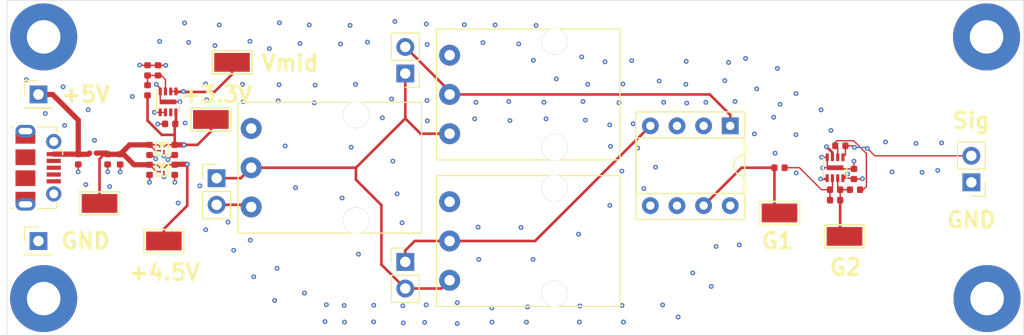
<source format=kicad_pcb>
(kicad_pcb (version 20171130) (host pcbnew "(5.1.5-0-10_14)")

  (general
    (thickness 1.6)
    (drawings 13)
    (tracks 381)
    (zones 0)
    (modules 43)
    (nets 25)
  )

  (page A4)
  (layers
    (0 F.Cu signal)
    (1 In1.Cu signal)
    (2 In2.Cu signal)
    (31 B.Cu signal)
    (32 B.Adhes user)
    (33 F.Adhes user)
    (34 B.Paste user)
    (35 F.Paste user)
    (36 B.SilkS user)
    (37 F.SilkS user)
    (38 B.Mask user)
    (39 F.Mask user)
    (40 Dwgs.User user hide)
    (41 Cmts.User user hide)
    (42 Eco1.User user)
    (43 Eco2.User user)
    (44 Edge.Cuts user)
    (45 Margin user)
    (46 B.CrtYd user)
    (47 F.CrtYd user)
    (48 B.Fab user hide)
    (49 F.Fab user hide)
  )

  (setup
    (last_trace_width 0.127)
    (user_trace_width 0.09)
    (user_trace_width 0.25)
    (user_trace_width 0.5)
    (trace_clearance 0.09)
    (zone_clearance 0.1)
    (zone_45_only no)
    (trace_min 0.09)
    (via_size 0.45)
    (via_drill 0.2)
    (via_min_size 0.45)
    (via_min_drill 0.2)
    (uvia_size 0.3)
    (uvia_drill 0.1)
    (uvias_allowed no)
    (uvia_min_size 0.2)
    (uvia_min_drill 0.1)
    (edge_width 0.05)
    (segment_width 0.2)
    (pcb_text_width 0.3)
    (pcb_text_size 1.5 1.5)
    (mod_edge_width 0.12)
    (mod_text_size 1 1)
    (mod_text_width 0.15)
    (pad_size 1 1.5)
    (pad_drill 0)
    (pad_to_mask_clearance 0.05)
    (solder_mask_min_width 0.2)
    (aux_axis_origin 0 0)
    (visible_elements FFFFFF7F)
    (pcbplotparams
      (layerselection 0x010fc_ffffffff)
      (usegerberextensions false)
      (usegerberattributes false)
      (usegerberadvancedattributes false)
      (creategerberjobfile false)
      (excludeedgelayer true)
      (linewidth 0.150000)
      (plotframeref false)
      (viasonmask false)
      (mode 1)
      (useauxorigin false)
      (hpglpennumber 1)
      (hpglpenspeed 20)
      (hpglpendiameter 15.000000)
      (psnegative false)
      (psa4output false)
      (plotreference true)
      (plotvalue true)
      (plotinvisibletext false)
      (padsonsilk false)
      (subtractmaskfromsilk true)
      (outputformat 1)
      (mirror false)
      (drillshape 0)
      (scaleselection 1)
      (outputdirectory "Gerbers/"))
  )

  (net 0 "")
  (net 1 "Net-(C1-Pad1)")
  (net 2 GND)
  (net 3 VBUS)
  (net 4 +3V3)
  (net 5 "Net-(J1-Pad2)")
  (net 6 "Net-(J1-Pad4)")
  (net 7 "Net-(J1-Pad3)")
  (net 8 "Net-(JP1-Pad1)")
  (net 9 "Net-(JP1-Pad2)")
  (net 10 "Net-(JP3-Pad1)")
  (net 11 "Net-(R1-Pad2)")
  (net 12 "Net-(RV1-Pad1)")
  (net 13 "Net-(RV2-Pad1)")
  (net 14 "Net-(RV3-Pad1)")
  (net 15 "Net-(C6-Pad1)")
  (net 16 "Net-(C7-Pad1)")
  (net 17 "Net-(C7-Pad2)")
  (net 18 ~)
  (net 19 "Net-(R5-Pad1)")
  (net 20 "Net-(R6-Pad1)")
  (net 21 /Vmid)
  (net 22 "Net-(U2-Pad2)")
  (net 23 "Net-(U2-Pad3)")
  (net 24 "Net-(U1-Pad7)")

  (net_class Default "This is the default net class."
    (clearance 0.09)
    (trace_width 0.127)
    (via_dia 0.45)
    (via_drill 0.2)
    (uvia_dia 0.3)
    (uvia_drill 0.1)
    (add_net +3V3)
    (add_net /Vmid)
    (add_net GND)
    (add_net "Net-(C1-Pad1)")
    (add_net "Net-(C6-Pad1)")
    (add_net "Net-(C7-Pad1)")
    (add_net "Net-(C7-Pad2)")
    (add_net "Net-(J1-Pad2)")
    (add_net "Net-(J1-Pad3)")
    (add_net "Net-(J1-Pad4)")
    (add_net "Net-(JP1-Pad1)")
    (add_net "Net-(JP1-Pad2)")
    (add_net "Net-(JP3-Pad1)")
    (add_net "Net-(R1-Pad2)")
    (add_net "Net-(R5-Pad1)")
    (add_net "Net-(R6-Pad1)")
    (add_net "Net-(RV1-Pad1)")
    (add_net "Net-(RV2-Pad1)")
    (add_net "Net-(RV3-Pad1)")
    (add_net "Net-(U1-Pad7)")
    (add_net "Net-(U2-Pad2)")
    (add_net "Net-(U2-Pad3)")
    (add_net VBUS)
    (add_net ~)
  )

  (net_class Small ""
    (clearance 0.09)
    (trace_width 0.09)
    (via_dia 0.45)
    (via_drill 0.2)
    (uvia_dia 0.3)
    (uvia_drill 0.1)
  )

  (module LP5907UVX:LP5907UVX-4.5_NOPB (layer F.Cu) (tedit 5F70444C) (tstamp 5F70EBE5)
    (at 86.8 99.2)
    (path /5FFA597F)
    (fp_text reference U4 (at 0 0) (layer F.SilkS) hide
      (effects (font (size 1 1) (thickness 0.15)))
    )
    (fp_text value YKE4_TEX (at 0 0) (layer F.SilkS) hide
      (effects (font (size 1 1) (thickness 0.15)))
    )
    (fp_line (start -0.5915 0.5915) (end -0.5915 -0.5915) (layer F.SilkS) (width 0.1524))
    (fp_line (start 0.5915 0.5915) (end -0.5915 0.5915) (layer F.SilkS) (width 0.1524))
    (fp_line (start 0.5915 -0.5915) (end 0.5915 0.5915) (layer F.SilkS) (width 0.1524))
    (fp_line (start -0.5915 -0.5915) (end 0.5915 -0.5915) (layer F.CrtYd) (width 0.1524))
    (fp_line (start 0.5915 0.5915) (end -0.5915 0.5915) (layer F.CrtYd) (width 0.1524))
    (fp_line (start 0.5915 -0.5915) (end 0.5915 0.5915) (layer F.CrtYd) (width 0.1524))
    (fp_line (start -0.5915 -0.5915) (end 0.5915 -0.5915) (layer F.SilkS) (width 0.1524))
    (fp_line (start -0.5915 0.5915) (end -0.5915 -0.5915) (layer F.CrtYd) (width 0.1524))
    (fp_line (start -0.3375 -0.3375) (end -0.3375 0.3375) (layer F.Fab) (width 0.1524))
    (fp_line (start 0.3375 -0.3375) (end -0.3375 -0.3375) (layer F.Fab) (width 0.1524))
    (fp_line (start 0.3375 0.3375) (end 0.3375 -0.3375) (layer F.Fab) (width 0.1524))
    (fp_line (start -0.3375 0.3375) (end 0.3375 0.3375) (layer F.Fab) (width 0.1524))
    (fp_line (start -0.1625 -0.3375) (end -0.3375 -0.1625) (layer F.Fab) (width 0.1524))
    (fp_text user 0.007in/0.18mm (at 2.7505 0.175) (layer Dwgs.User)
      (effects (font (size 1 1) (thickness 0.15)))
    )
    (fp_text user 0.014in/0.35mm (at 2.7505 0) (layer Dwgs.User)
      (effects (font (size 1 1) (thickness 0.15)))
    )
    (fp_text user * (at 0 0) (layer F.SilkS)
      (effects (font (size 1 1) (thickness 0.15)))
    )
    (fp_text user * (at 0 0) (layer F.SilkS)
      (effects (font (size 1 1) (thickness 0.15)))
    )
    (fp_text user "Copyright 2016 Accelerated Designs. All rights reserved." (at 0 0) (layer Cmts.User)
      (effects (font (size 0.127 0.127) (thickness 0.002)))
    )
    (fp_text user A (at -0.9725 -0.175) (layer B.SilkS) hide
      (effects (font (size 1 1) (thickness 0.15)))
    )
    (fp_text user B (at -0.9725 0.175) (layer B.SilkS) hide
      (effects (font (size 1 1) (thickness 0.15)))
    )
    (fp_text user 1 (at -0.175 -0.9725 90) (layer B.SilkS) hide
      (effects (font (size 1 1) (thickness 0.15)))
    )
    (fp_text user 2 (at 0.175 -0.9725 90) (layer B.SilkS) hide
      (effects (font (size 1 1) (thickness 0.15)))
    )
    (pad B2 smd circle (at 0.175 0.175) (size 0.18 0.18) (layers F.Cu F.Paste F.Mask)
      (net 2 GND))
    (pad B1 smd circle (at -0.175 0.175) (size 0.18 0.18) (layers F.Cu F.Paste F.Mask)
      (net 3 VBUS))
    (pad A2 smd circle (at 0.175 -0.175) (size 0.18 0.18) (layers F.Cu F.Paste F.Mask)
      (net 18 ~))
    (pad A1 smd circle (at -0.175 -0.175) (size 0.18 0.18) (layers F.Cu F.Paste F.Mask)
      (net 3 VBUS))
  )

  (module LP5907UVX:LP5907UVX-3.3_NOPB (layer F.Cu) (tedit 5F7043BF) (tstamp 5F70EBC4)
    (at 86.8 97.2)
    (path /5FFA485D)
    (fp_text reference U3 (at 0 0) (layer F.SilkS) hide
      (effects (font (size 1 1) (thickness 0.15)))
    )
    (fp_text value YKE4_TEX (at 0 0) (layer F.SilkS) hide
      (effects (font (size 1 1) (thickness 0.15)))
    )
    (fp_line (start 0.5915 0.5915) (end -0.5915 0.5915) (layer F.SilkS) (width 0.1524))
    (fp_line (start 0.5915 -0.5915) (end 0.5915 0.5915) (layer F.SilkS) (width 0.1524))
    (fp_line (start -0.5915 -0.5915) (end 0.5915 -0.5915) (layer F.SilkS) (width 0.1524))
    (fp_line (start -0.5915 0.5915) (end -0.5915 -0.5915) (layer F.SilkS) (width 0.1524))
    (fp_line (start 0.5915 0.5915) (end -0.5915 0.5915) (layer F.CrtYd) (width 0.1524))
    (fp_line (start 0.5915 -0.5915) (end 0.5915 0.5915) (layer F.CrtYd) (width 0.1524))
    (fp_line (start -0.5915 -0.5915) (end 0.5915 -0.5915) (layer F.CrtYd) (width 0.1524))
    (fp_line (start -0.5915 0.5915) (end -0.5915 -0.5915) (layer F.CrtYd) (width 0.1524))
    (fp_line (start -0.3375 -0.3375) (end -0.3375 0.3375) (layer F.Fab) (width 0.1524))
    (fp_line (start 0.3375 -0.3375) (end -0.3375 -0.3375) (layer F.Fab) (width 0.1524))
    (fp_line (start 0.3375 0.3375) (end 0.3375 -0.3375) (layer F.Fab) (width 0.1524))
    (fp_line (start -0.3375 0.3375) (end 0.3375 0.3375) (layer F.Fab) (width 0.1524))
    (fp_line (start -0.1625 -0.3375) (end -0.3375 -0.1625) (layer F.Fab) (width 0.1524))
    (fp_text user 0.007in/0.18mm (at 2.7505 0.175) (layer Dwgs.User)
      (effects (font (size 1 1) (thickness 0.15)))
    )
    (fp_text user 0.014in/0.35mm (at 2.7505 0) (layer Dwgs.User)
      (effects (font (size 1 1) (thickness 0.15)))
    )
    (fp_text user * (at 0 0) (layer F.Fab)
      (effects (font (size 1 1) (thickness 0.15)))
    )
    (fp_text user * (at 0 0) (layer F.SilkS)
      (effects (font (size 1 1) (thickness 0.15)))
    )
    (fp_text user "Copyright 2016 Accelerated Designs. All rights reserved." (at 0 0) (layer Cmts.User)
      (effects (font (size 0.127 0.127) (thickness 0.002)))
    )
    (fp_text user A (at -0.9725 -0.175) (layer B.SilkS) hide
      (effects (font (size 1 1) (thickness 0.15)))
    )
    (fp_text user B (at -0.9725 0.175) (layer B.SilkS) hide
      (effects (font (size 1 1) (thickness 0.15)))
    )
    (fp_text user 1 (at -0.175 -0.9725 90) (layer B.SilkS) hide
      (effects (font (size 1 1) (thickness 0.15)))
    )
    (fp_text user ee (at 0.175 -0.9725 90) (layer F.SilkS) hide
      (effects (font (size 1 1) (thickness 0.15)))
    )
    (fp_text user 2 (at 0.175 -0.9725 90) (layer B.SilkS) hide
      (effects (font (size 1 1) (thickness 0.15)))
    )
    (pad B2 smd circle (at 0.175 0.175) (size 0.18 0.18) (layers F.Cu F.Paste F.Mask)
      (net 2 GND))
    (pad B1 smd circle (at -0.175 0.175) (size 0.18 0.18) (layers F.Cu F.Paste F.Mask)
      (net 3 VBUS))
    (pad A2 smd circle (at 0.175 -0.175) (size 0.18 0.18) (layers F.Cu F.Paste F.Mask)
      (net 4 +3V3))
    (pad A1 smd circle (at -0.175 -0.175) (size 0.18 0.18) (layers F.Cu F.Paste F.Mask)
      (net 3 VBUS))
  )

  (module Capacitor_SMD:C_0402_1005Metric (layer F.Cu) (tedit 5B301BBE) (tstamp 5F705561)
    (at 78.8 98.2 270)
    (descr "Capacitor SMD 0402 (1005 Metric), square (rectangular) end terminal, IPC_7351 nominal, (Body size source: http://www.tortai-tech.com/upload/download/2011102023233369053.pdf), generated with kicad-footprint-generator")
    (tags capacitor)
    (path /5F703B58)
    (attr smd)
    (fp_text reference C1 (at 0 -1.17 90) (layer F.SilkS) hide
      (effects (font (size 1 1) (thickness 0.15)))
    )
    (fp_text value C (at 0 1.17 90) (layer F.Fab)
      (effects (font (size 1 1) (thickness 0.15)))
    )
    (fp_line (start -0.5 0.25) (end -0.5 -0.25) (layer F.Fab) (width 0.1))
    (fp_line (start -0.5 -0.25) (end 0.5 -0.25) (layer F.Fab) (width 0.1))
    (fp_line (start 0.5 -0.25) (end 0.5 0.25) (layer F.Fab) (width 0.1))
    (fp_line (start 0.5 0.25) (end -0.5 0.25) (layer F.Fab) (width 0.1))
    (fp_line (start -0.93 0.47) (end -0.93 -0.47) (layer F.CrtYd) (width 0.05))
    (fp_line (start -0.93 -0.47) (end 0.93 -0.47) (layer F.CrtYd) (width 0.05))
    (fp_line (start 0.93 -0.47) (end 0.93 0.47) (layer F.CrtYd) (width 0.05))
    (fp_line (start 0.93 0.47) (end -0.93 0.47) (layer F.CrtYd) (width 0.05))
    (fp_text user %R (at 0 0 90) (layer F.Fab)
      (effects (font (size 0.25 0.25) (thickness 0.04)))
    )
    (pad 1 smd roundrect (at -0.485 0 270) (size 0.59 0.64) (layers F.Cu F.Paste F.Mask) (roundrect_rratio 0.25)
      (net 1 "Net-(C1-Pad1)"))
    (pad 2 smd roundrect (at 0.485 0 270) (size 0.59 0.64) (layers F.Cu F.Paste F.Mask) (roundrect_rratio 0.25)
      (net 2 GND))
    (model ${KISYS3DMOD}/Capacitor_SMD.3dshapes/C_0402_1005Metric.wrl
      (at (xyz 0 0 0))
      (scale (xyz 1 1 1))
      (rotate (xyz 0 0 0))
    )
  )

  (module Capacitor_SMD:C_0402_1005Metric (layer F.Cu) (tedit 5B301BBE) (tstamp 5F705570)
    (at 81.6 98.2 270)
    (descr "Capacitor SMD 0402 (1005 Metric), square (rectangular) end terminal, IPC_7351 nominal, (Body size source: http://www.tortai-tech.com/upload/download/2011102023233369053.pdf), generated with kicad-footprint-generator")
    (tags capacitor)
    (path /5F704186)
    (attr smd)
    (fp_text reference C2 (at 0 -1.17 90) (layer F.SilkS) hide
      (effects (font (size 1 1) (thickness 0.15)))
    )
    (fp_text value C (at 0 1.17 90) (layer F.Fab)
      (effects (font (size 1 1) (thickness 0.15)))
    )
    (fp_text user %R (at 0 0 90) (layer F.Fab)
      (effects (font (size 0.25 0.25) (thickness 0.04)))
    )
    (fp_line (start 0.93 0.47) (end -0.93 0.47) (layer F.CrtYd) (width 0.05))
    (fp_line (start 0.93 -0.47) (end 0.93 0.47) (layer F.CrtYd) (width 0.05))
    (fp_line (start -0.93 -0.47) (end 0.93 -0.47) (layer F.CrtYd) (width 0.05))
    (fp_line (start -0.93 0.47) (end -0.93 -0.47) (layer F.CrtYd) (width 0.05))
    (fp_line (start 0.5 0.25) (end -0.5 0.25) (layer F.Fab) (width 0.1))
    (fp_line (start 0.5 -0.25) (end 0.5 0.25) (layer F.Fab) (width 0.1))
    (fp_line (start -0.5 -0.25) (end 0.5 -0.25) (layer F.Fab) (width 0.1))
    (fp_line (start -0.5 0.25) (end -0.5 -0.25) (layer F.Fab) (width 0.1))
    (pad 2 smd roundrect (at 0.485 0 270) (size 0.59 0.64) (layers F.Cu F.Paste F.Mask) (roundrect_rratio 0.25)
      (net 2 GND))
    (pad 1 smd roundrect (at -0.485 0 270) (size 0.59 0.64) (layers F.Cu F.Paste F.Mask) (roundrect_rratio 0.25)
      (net 3 VBUS))
    (model ${KISYS3DMOD}/Capacitor_SMD.3dshapes/C_0402_1005Metric.wrl
      (at (xyz 0 0 0))
      (scale (xyz 1 1 1))
      (rotate (xyz 0 0 0))
    )
  )

  (module Capacitor_SMD:C_0402_1005Metric (layer F.Cu) (tedit 5B301BBE) (tstamp 5F70557F)
    (at 82.8 98.2 270)
    (descr "Capacitor SMD 0402 (1005 Metric), square (rectangular) end terminal, IPC_7351 nominal, (Body size source: http://www.tortai-tech.com/upload/download/2011102023233369053.pdf), generated with kicad-footprint-generator")
    (tags capacitor)
    (path /5F704569)
    (attr smd)
    (fp_text reference C3 (at 0 -1.17 90) (layer F.SilkS) hide
      (effects (font (size 1 1) (thickness 0.15)))
    )
    (fp_text value C (at 0 1.17 90) (layer F.Fab)
      (effects (font (size 1 1) (thickness 0.15)))
    )
    (fp_line (start -0.5 0.25) (end -0.5 -0.25) (layer F.Fab) (width 0.1))
    (fp_line (start -0.5 -0.25) (end 0.5 -0.25) (layer F.Fab) (width 0.1))
    (fp_line (start 0.5 -0.25) (end 0.5 0.25) (layer F.Fab) (width 0.1))
    (fp_line (start 0.5 0.25) (end -0.5 0.25) (layer F.Fab) (width 0.1))
    (fp_line (start -0.93 0.47) (end -0.93 -0.47) (layer F.CrtYd) (width 0.05))
    (fp_line (start -0.93 -0.47) (end 0.93 -0.47) (layer F.CrtYd) (width 0.05))
    (fp_line (start 0.93 -0.47) (end 0.93 0.47) (layer F.CrtYd) (width 0.05))
    (fp_line (start 0.93 0.47) (end -0.93 0.47) (layer F.CrtYd) (width 0.05))
    (fp_text user %R (at 0 0 90) (layer F.Fab)
      (effects (font (size 0.25 0.25) (thickness 0.04)))
    )
    (pad 1 smd roundrect (at -0.485 0 270) (size 0.59 0.64) (layers F.Cu F.Paste F.Mask) (roundrect_rratio 0.25)
      (net 3 VBUS))
    (pad 2 smd roundrect (at 0.485 0 270) (size 0.59 0.64) (layers F.Cu F.Paste F.Mask) (roundrect_rratio 0.25)
      (net 2 GND))
    (model ${KISYS3DMOD}/Capacitor_SMD.3dshapes/C_0402_1005Metric.wrl
      (at (xyz 0 0 0))
      (scale (xyz 1 1 1))
      (rotate (xyz 0 0 0))
    )
  )

  (module Capacitor_SMD:C_0402_1005Metric (layer F.Cu) (tedit 5B301BBE) (tstamp 5F70F80A)
    (at 87.57 94.81 180)
    (descr "Capacitor SMD 0402 (1005 Metric), square (rectangular) end terminal, IPC_7351 nominal, (Body size source: http://www.tortai-tech.com/upload/download/2011102023233369053.pdf), generated with kicad-footprint-generator")
    (tags capacitor)
    (path /600CFFCE)
    (attr smd)
    (fp_text reference C4 (at 0 -1.17) (layer F.SilkS) hide
      (effects (font (size 1 1) (thickness 0.15)))
    )
    (fp_text value 100n (at 0 1.17) (layer F.Fab)
      (effects (font (size 1 1) (thickness 0.15)))
    )
    (fp_text user %R (at 0 0) (layer F.Fab)
      (effects (font (size 0.25 0.25) (thickness 0.04)))
    )
    (fp_line (start 0.93 0.47) (end -0.93 0.47) (layer F.CrtYd) (width 0.05))
    (fp_line (start 0.93 -0.47) (end 0.93 0.47) (layer F.CrtYd) (width 0.05))
    (fp_line (start -0.93 -0.47) (end 0.93 -0.47) (layer F.CrtYd) (width 0.05))
    (fp_line (start -0.93 0.47) (end -0.93 -0.47) (layer F.CrtYd) (width 0.05))
    (fp_line (start 0.5 0.25) (end -0.5 0.25) (layer F.Fab) (width 0.1))
    (fp_line (start 0.5 -0.25) (end 0.5 0.25) (layer F.Fab) (width 0.1))
    (fp_line (start -0.5 -0.25) (end 0.5 -0.25) (layer F.Fab) (width 0.1))
    (fp_line (start -0.5 0.25) (end -0.5 -0.25) (layer F.Fab) (width 0.1))
    (pad 2 smd roundrect (at 0.485 0 180) (size 0.59 0.64) (layers F.Cu F.Paste F.Mask) (roundrect_rratio 0.25)
      (net 2 GND))
    (pad 1 smd roundrect (at -0.485 0 180) (size 0.59 0.64) (layers F.Cu F.Paste F.Mask) (roundrect_rratio 0.25)
      (net 4 +3V3))
    (model ${KISYS3DMOD}/Capacitor_SMD.3dshapes/C_0402_1005Metric.wrl
      (at (xyz 0 0 0))
      (scale (xyz 1 1 1))
      (rotate (xyz 0 0 0))
    )
  )

  (module Capacitor_SMD:C_0402_1005Metric (layer F.Cu) (tedit 5B301BBE) (tstamp 5F70559D)
    (at 88 97.3 90)
    (descr "Capacitor SMD 0402 (1005 Metric), square (rectangular) end terminal, IPC_7351 nominal, (Body size source: http://www.tortai-tech.com/upload/download/2011102023233369053.pdf), generated with kicad-footprint-generator")
    (tags capacitor)
    (path /5FFD78A5)
    (attr smd)
    (fp_text reference C8 (at 0 -1.17 90) (layer F.SilkS) hide
      (effects (font (size 1 1) (thickness 0.15)))
    )
    (fp_text value 1u (at 0 1.17 90) (layer F.Fab)
      (effects (font (size 1 1) (thickness 0.15)))
    )
    (fp_line (start -0.5 0.25) (end -0.5 -0.25) (layer F.Fab) (width 0.1))
    (fp_line (start -0.5 -0.25) (end 0.5 -0.25) (layer F.Fab) (width 0.1))
    (fp_line (start 0.5 -0.25) (end 0.5 0.25) (layer F.Fab) (width 0.1))
    (fp_line (start 0.5 0.25) (end -0.5 0.25) (layer F.Fab) (width 0.1))
    (fp_line (start -0.93 0.47) (end -0.93 -0.47) (layer F.CrtYd) (width 0.05))
    (fp_line (start -0.93 -0.47) (end 0.93 -0.47) (layer F.CrtYd) (width 0.05))
    (fp_line (start 0.93 -0.47) (end 0.93 0.47) (layer F.CrtYd) (width 0.05))
    (fp_line (start 0.93 0.47) (end -0.93 0.47) (layer F.CrtYd) (width 0.05))
    (fp_text user %R (at 0 0 90) (layer F.Fab)
      (effects (font (size 0.25 0.25) (thickness 0.04)))
    )
    (pad 1 smd roundrect (at -0.485 0 90) (size 0.59 0.64) (layers F.Cu F.Paste F.Mask) (roundrect_rratio 0.25)
      (net 2 GND))
    (pad 2 smd roundrect (at 0.485 0 90) (size 0.59 0.64) (layers F.Cu F.Paste F.Mask) (roundrect_rratio 0.25)
      (net 4 +3V3))
    (model ${KISYS3DMOD}/Capacitor_SMD.3dshapes/C_0402_1005Metric.wrl
      (at (xyz 0 0 0))
      (scale (xyz 1 1 1))
      (rotate (xyz 0 0 0))
    )
  )

  (module Capacitor_SMD:C_0402_1005Metric (layer F.Cu) (tedit 5B301BBE) (tstamp 5F7055AC)
    (at 152.8 99.6 90)
    (descr "Capacitor SMD 0402 (1005 Metric), square (rectangular) end terminal, IPC_7351 nominal, (Body size source: http://www.tortai-tech.com/upload/download/2011102023233369053.pdf), generated with kicad-footprint-generator")
    (tags capacitor)
    (path /5F8C1F8E)
    (attr smd)
    (fp_text reference C10 (at 0 -1.17 90) (layer F.SilkS) hide
      (effects (font (size 1 1) (thickness 0.15)))
    )
    (fp_text value 100n (at 0 1.17 90) (layer F.Fab)
      (effects (font (size 1 1) (thickness 0.15)))
    )
    (fp_line (start -0.5 0.25) (end -0.5 -0.25) (layer F.Fab) (width 0.1))
    (fp_line (start -0.5 -0.25) (end 0.5 -0.25) (layer F.Fab) (width 0.1))
    (fp_line (start 0.5 -0.25) (end 0.5 0.25) (layer F.Fab) (width 0.1))
    (fp_line (start 0.5 0.25) (end -0.5 0.25) (layer F.Fab) (width 0.1))
    (fp_line (start -0.93 0.47) (end -0.93 -0.47) (layer F.CrtYd) (width 0.05))
    (fp_line (start -0.93 -0.47) (end 0.93 -0.47) (layer F.CrtYd) (width 0.05))
    (fp_line (start 0.93 -0.47) (end 0.93 0.47) (layer F.CrtYd) (width 0.05))
    (fp_line (start 0.93 0.47) (end -0.93 0.47) (layer F.CrtYd) (width 0.05))
    (fp_text user %R (at 0 0 90) (layer F.Fab)
      (effects (font (size 0.25 0.25) (thickness 0.04)))
    )
    (pad 1 smd roundrect (at -0.485 0 90) (size 0.59 0.64) (layers F.Cu F.Paste F.Mask) (roundrect_rratio 0.25)
      (net 4 +3V3))
    (pad 2 smd roundrect (at 0.485 0 90) (size 0.59 0.64) (layers F.Cu F.Paste F.Mask) (roundrect_rratio 0.25)
      (net 2 GND))
    (model ${KISYS3DMOD}/Capacitor_SMD.3dshapes/C_0402_1005Metric.wrl
      (at (xyz 0 0 0))
      (scale (xyz 1 1 1))
      (rotate (xyz 0 0 0))
    )
  )

  (module Capacitor_SMD:C_0402_1005Metric (layer F.Cu) (tedit 5B301BBE) (tstamp 5F7068B9)
    (at 88 99.2 90)
    (descr "Capacitor SMD 0402 (1005 Metric), square (rectangular) end terminal, IPC_7351 nominal, (Body size source: http://www.tortai-tech.com/upload/download/2011102023233369053.pdf), generated with kicad-footprint-generator")
    (tags capacitor)
    (path /5FFEA629)
    (attr smd)
    (fp_text reference C11 (at 0 -1.17 90) (layer F.SilkS) hide
      (effects (font (size 1 1) (thickness 0.15)))
    )
    (fp_text value 1u (at 0 1.17 90) (layer F.Fab)
      (effects (font (size 1 1) (thickness 0.15)))
    )
    (fp_text user %R (at 0 0 90) (layer F.Fab)
      (effects (font (size 0.25 0.25) (thickness 0.04)))
    )
    (fp_line (start 0.93 0.47) (end -0.93 0.47) (layer F.CrtYd) (width 0.05))
    (fp_line (start 0.93 -0.47) (end 0.93 0.47) (layer F.CrtYd) (width 0.05))
    (fp_line (start -0.93 -0.47) (end 0.93 -0.47) (layer F.CrtYd) (width 0.05))
    (fp_line (start -0.93 0.47) (end -0.93 -0.47) (layer F.CrtYd) (width 0.05))
    (fp_line (start 0.5 0.25) (end -0.5 0.25) (layer F.Fab) (width 0.1))
    (fp_line (start 0.5 -0.25) (end 0.5 0.25) (layer F.Fab) (width 0.1))
    (fp_line (start -0.5 -0.25) (end 0.5 -0.25) (layer F.Fab) (width 0.1))
    (fp_line (start -0.5 0.25) (end -0.5 -0.25) (layer F.Fab) (width 0.1))
    (pad 2 smd roundrect (at 0.485 0 90) (size 0.59 0.64) (layers F.Cu F.Paste F.Mask) (roundrect_rratio 0.25)
      (net 18 ~))
    (pad 1 smd roundrect (at -0.485 0 90) (size 0.59 0.64) (layers F.Cu F.Paste F.Mask) (roundrect_rratio 0.25)
      (net 2 GND))
    (model ${KISYS3DMOD}/Capacitor_SMD.3dshapes/C_0402_1005Metric.wrl
      (at (xyz 0 0 0))
      (scale (xyz 1 1 1))
      (rotate (xyz 0 0 0))
    )
  )

  (module Connector_USB:USB_Micro-B_Molex-105017-0001 (layer F.Cu) (tedit 5A1DC0BE) (tstamp 5F70567A)
    (at 75 99 270)
    (descr http://www.molex.com/pdm_docs/sd/1050170001_sd.pdf)
    (tags "Micro-USB SMD Typ-B")
    (path /5F6FE47B)
    (attr smd)
    (fp_text reference J1 (at 0 -3.1125 90) (layer F.SilkS) hide
      (effects (font (size 1 1) (thickness 0.15)))
    )
    (fp_text value USB_B_Micro (at 0.3 4.3375 90) (layer F.Fab)
      (effects (font (size 1 1) (thickness 0.15)))
    )
    (fp_text user "PCB Edge" (at 0 2.6875 90) (layer Dwgs.User)
      (effects (font (size 0.5 0.5) (thickness 0.08)))
    )
    (fp_text user %R (at 0 0.8875 90) (layer F.Fab)
      (effects (font (size 1 1) (thickness 0.15)))
    )
    (fp_line (start -4.4 3.64) (end 4.4 3.64) (layer F.CrtYd) (width 0.05))
    (fp_line (start 4.4 -2.46) (end 4.4 3.64) (layer F.CrtYd) (width 0.05))
    (fp_line (start -4.4 -2.46) (end 4.4 -2.46) (layer F.CrtYd) (width 0.05))
    (fp_line (start -4.4 3.64) (end -4.4 -2.46) (layer F.CrtYd) (width 0.05))
    (fp_line (start -3.9 -1.7625) (end -3.45 -1.7625) (layer F.SilkS) (width 0.12))
    (fp_line (start -3.9 0.0875) (end -3.9 -1.7625) (layer F.SilkS) (width 0.12))
    (fp_line (start 3.9 2.6375) (end 3.9 2.3875) (layer F.SilkS) (width 0.12))
    (fp_line (start 3.75 3.3875) (end 3.75 -1.6125) (layer F.Fab) (width 0.1))
    (fp_line (start -3 2.689204) (end 3 2.689204) (layer F.Fab) (width 0.1))
    (fp_line (start -3.75 3.389204) (end 3.75 3.389204) (layer F.Fab) (width 0.1))
    (fp_line (start -3.75 -1.6125) (end 3.75 -1.6125) (layer F.Fab) (width 0.1))
    (fp_line (start -3.75 3.3875) (end -3.75 -1.6125) (layer F.Fab) (width 0.1))
    (fp_line (start -3.9 2.6375) (end -3.9 2.3875) (layer F.SilkS) (width 0.12))
    (fp_line (start 3.9 0.0875) (end 3.9 -1.7625) (layer F.SilkS) (width 0.12))
    (fp_line (start 3.9 -1.7625) (end 3.45 -1.7625) (layer F.SilkS) (width 0.12))
    (fp_line (start -1.7 -2.3125) (end -1.25 -2.3125) (layer F.SilkS) (width 0.12))
    (fp_line (start -1.7 -2.3125) (end -1.7 -1.8625) (layer F.SilkS) (width 0.12))
    (fp_line (start -1.3 -1.7125) (end -1.5 -1.9125) (layer F.Fab) (width 0.1))
    (fp_line (start -1.1 -1.9125) (end -1.3 -1.7125) (layer F.Fab) (width 0.1))
    (fp_line (start -1.5 -2.1225) (end -1.1 -2.1225) (layer F.Fab) (width 0.1))
    (fp_line (start -1.5 -2.1225) (end -1.5 -1.9125) (layer F.Fab) (width 0.1))
    (fp_line (start -1.1 -2.1225) (end -1.1 -1.9125) (layer F.Fab) (width 0.1))
    (pad 6 smd rect (at 1 1.2375 270) (size 1.5 1.9) (layers F.Cu F.Paste F.Mask)
      (net 2 GND))
    (pad 6 thru_hole circle (at -2.5 -1.4625 270) (size 1.45 1.45) (drill 0.85) (layers *.Cu *.Mask)
      (net 2 GND))
    (pad 2 smd rect (at -0.65 -1.4625 270) (size 0.4 1.35) (layers F.Cu F.Paste F.Mask)
      (net 5 "Net-(J1-Pad2)"))
    (pad 1 smd rect (at -1.3 -1.4625 270) (size 0.4 1.35) (layers F.Cu F.Paste F.Mask)
      (net 1 "Net-(C1-Pad1)"))
    (pad 5 smd rect (at 1.3 -1.4625 270) (size 0.4 1.35) (layers F.Cu F.Paste F.Mask)
      (net 2 GND))
    (pad 4 smd rect (at 0.65 -1.4625 270) (size 0.4 1.35) (layers F.Cu F.Paste F.Mask)
      (net 6 "Net-(J1-Pad4)"))
    (pad 3 smd rect (at 0 -1.4625 270) (size 0.4 1.35) (layers F.Cu F.Paste F.Mask)
      (net 7 "Net-(J1-Pad3)"))
    (pad 6 thru_hole circle (at 2.5 -1.4625 270) (size 1.45 1.45) (drill 0.85) (layers *.Cu *.Mask)
      (net 2 GND))
    (pad 6 smd rect (at -1 1.2375 270) (size 1.5 1.9) (layers F.Cu F.Paste F.Mask)
      (net 2 GND))
    (pad 6 thru_hole oval (at -3.5 1.2375 90) (size 1.2 1.9) (drill oval 0.6 1.3) (layers *.Cu *.Mask)
      (net 2 GND))
    (pad 6 thru_hole oval (at 3.5 1.2375 270) (size 1.2 1.9) (drill oval 0.6 1.3) (layers *.Cu *.Mask)
      (net 2 GND))
    (pad 6 smd rect (at 2.9 1.2375 270) (size 1.2 1.9) (layers F.Cu F.Mask)
      (net 2 GND))
    (pad 6 smd rect (at -2.9 1.2375 270) (size 1.2 1.9) (layers F.Cu F.Mask)
      (net 2 GND))
    (model ${KISYS3DMOD}/Connector_USB.3dshapes/USB_Micro-B_Molex-105017-0001.wrl
      (at (xyz 0 0 0))
      (scale (xyz 1 1 1))
      (rotate (xyz 0 0 0))
    )
  )

  (module Connector_PinHeader_2.54mm:PinHeader_1x02_P2.54mm_Vertical (layer F.Cu) (tedit 59FED5CC) (tstamp 5F70FE21)
    (at 110 90 180)
    (descr "Through hole straight pin header, 1x02, 2.54mm pitch, single row")
    (tags "Through hole pin header THT 1x02 2.54mm single row")
    (path /5F7D4085)
    (fp_text reference JP1 (at 0 -2.33) (layer F.SilkS) hide
      (effects (font (size 1 1) (thickness 0.15)))
    )
    (fp_text value Jumper_NC_Small (at 0 4.87) (layer F.Fab)
      (effects (font (size 1 1) (thickness 0.15)))
    )
    (fp_line (start -0.635 -1.27) (end 1.27 -1.27) (layer F.Fab) (width 0.1))
    (fp_line (start 1.27 -1.27) (end 1.27 3.81) (layer F.Fab) (width 0.1))
    (fp_line (start 1.27 3.81) (end -1.27 3.81) (layer F.Fab) (width 0.1))
    (fp_line (start -1.27 3.81) (end -1.27 -0.635) (layer F.Fab) (width 0.1))
    (fp_line (start -1.27 -0.635) (end -0.635 -1.27) (layer F.Fab) (width 0.1))
    (fp_line (start -1.33 3.87) (end 1.33 3.87) (layer F.SilkS) (width 0.12))
    (fp_line (start -1.33 1.27) (end -1.33 3.87) (layer F.SilkS) (width 0.12))
    (fp_line (start 1.33 1.27) (end 1.33 3.87) (layer F.SilkS) (width 0.12))
    (fp_line (start -1.33 1.27) (end 1.33 1.27) (layer F.SilkS) (width 0.12))
    (fp_line (start -1.33 0) (end -1.33 -1.33) (layer F.SilkS) (width 0.12))
    (fp_line (start -1.33 -1.33) (end 0 -1.33) (layer F.SilkS) (width 0.12))
    (fp_line (start -1.8 -1.8) (end -1.8 4.35) (layer F.CrtYd) (width 0.05))
    (fp_line (start -1.8 4.35) (end 1.8 4.35) (layer F.CrtYd) (width 0.05))
    (fp_line (start 1.8 4.35) (end 1.8 -1.8) (layer F.CrtYd) (width 0.05))
    (fp_line (start 1.8 -1.8) (end -1.8 -1.8) (layer F.CrtYd) (width 0.05))
    (fp_text user %R (at 0 1.27 90) (layer F.Fab)
      (effects (font (size 1 1) (thickness 0.15)))
    )
    (pad 1 thru_hole rect (at 0 0 180) (size 1.7 1.7) (drill 1) (layers *.Cu *.Mask)
      (net 8 "Net-(JP1-Pad1)"))
    (pad 2 thru_hole oval (at 0 2.54 180) (size 1.7 1.7) (drill 1) (layers *.Cu *.Mask)
      (net 9 "Net-(JP1-Pad2)"))
    (model ${KISYS3DMOD}/Connector_PinHeader_2.54mm.3dshapes/PinHeader_1x02_P2.54mm_Vertical.wrl
      (at (xyz 0 0 0))
      (scale (xyz 1 1 1))
      (rotate (xyz 0 0 0))
    )
  )

  (module Connector_PinHeader_2.54mm:PinHeader_1x02_P2.54mm_Vertical (layer F.Cu) (tedit 59FED5CC) (tstamp 5F70FDE2)
    (at 92 100)
    (descr "Through hole straight pin header, 1x02, 2.54mm pitch, single row")
    (tags "Through hole pin header THT 1x02 2.54mm single row")
    (path /5F7CC7AB)
    (fp_text reference JP2 (at 0 -2.33) (layer F.SilkS) hide
      (effects (font (size 1 1) (thickness 0.15)))
    )
    (fp_text value Jumper_NC_Small (at 0 4.87) (layer F.Fab)
      (effects (font (size 1 1) (thickness 0.15)))
    )
    (fp_text user %R (at 0 1.27 90) (layer F.Fab)
      (effects (font (size 1 1) (thickness 0.15)))
    )
    (fp_line (start 1.8 -1.8) (end -1.8 -1.8) (layer F.CrtYd) (width 0.05))
    (fp_line (start 1.8 4.35) (end 1.8 -1.8) (layer F.CrtYd) (width 0.05))
    (fp_line (start -1.8 4.35) (end 1.8 4.35) (layer F.CrtYd) (width 0.05))
    (fp_line (start -1.8 -1.8) (end -1.8 4.35) (layer F.CrtYd) (width 0.05))
    (fp_line (start -1.33 -1.33) (end 0 -1.33) (layer F.SilkS) (width 0.12))
    (fp_line (start -1.33 0) (end -1.33 -1.33) (layer F.SilkS) (width 0.12))
    (fp_line (start -1.33 1.27) (end 1.33 1.27) (layer F.SilkS) (width 0.12))
    (fp_line (start 1.33 1.27) (end 1.33 3.87) (layer F.SilkS) (width 0.12))
    (fp_line (start -1.33 1.27) (end -1.33 3.87) (layer F.SilkS) (width 0.12))
    (fp_line (start -1.33 3.87) (end 1.33 3.87) (layer F.SilkS) (width 0.12))
    (fp_line (start -1.27 -0.635) (end -0.635 -1.27) (layer F.Fab) (width 0.1))
    (fp_line (start -1.27 3.81) (end -1.27 -0.635) (layer F.Fab) (width 0.1))
    (fp_line (start 1.27 3.81) (end -1.27 3.81) (layer F.Fab) (width 0.1))
    (fp_line (start 1.27 -1.27) (end 1.27 3.81) (layer F.Fab) (width 0.1))
    (fp_line (start -0.635 -1.27) (end 1.27 -1.27) (layer F.Fab) (width 0.1))
    (pad 2 thru_hole oval (at 0 2.54) (size 1.7 1.7) (drill 1) (layers *.Cu *.Mask)
      (net 2 GND))
    (pad 1 thru_hole rect (at 0 0) (size 1.7 1.7) (drill 1) (layers *.Cu *.Mask)
      (net 8 "Net-(JP1-Pad1)"))
    (model ${KISYS3DMOD}/Connector_PinHeader_2.54mm.3dshapes/PinHeader_1x02_P2.54mm_Vertical.wrl
      (at (xyz 0 0 0))
      (scale (xyz 1 1 1))
      (rotate (xyz 0 0 0))
    )
  )

  (module Connector_PinHeader_2.54mm:PinHeader_1x02_P2.54mm_Vertical (layer F.Cu) (tedit 59FED5CC) (tstamp 5F70FECC)
    (at 110 108)
    (descr "Through hole straight pin header, 1x02, 2.54mm pitch, single row")
    (tags "Through hole pin header THT 1x02 2.54mm single row")
    (path /5F7C59AC)
    (fp_text reference JP3 (at 0 -2.33) (layer F.SilkS) hide
      (effects (font (size 1 1) (thickness 0.15)))
    )
    (fp_text value Jumper_NC_Small (at 0 4.87) (layer F.Fab)
      (effects (font (size 1 1) (thickness 0.15)))
    )
    (fp_line (start -0.635 -1.27) (end 1.27 -1.27) (layer F.Fab) (width 0.1))
    (fp_line (start 1.27 -1.27) (end 1.27 3.81) (layer F.Fab) (width 0.1))
    (fp_line (start 1.27 3.81) (end -1.27 3.81) (layer F.Fab) (width 0.1))
    (fp_line (start -1.27 3.81) (end -1.27 -0.635) (layer F.Fab) (width 0.1))
    (fp_line (start -1.27 -0.635) (end -0.635 -1.27) (layer F.Fab) (width 0.1))
    (fp_line (start -1.33 3.87) (end 1.33 3.87) (layer F.SilkS) (width 0.12))
    (fp_line (start -1.33 1.27) (end -1.33 3.87) (layer F.SilkS) (width 0.12))
    (fp_line (start 1.33 1.27) (end 1.33 3.87) (layer F.SilkS) (width 0.12))
    (fp_line (start -1.33 1.27) (end 1.33 1.27) (layer F.SilkS) (width 0.12))
    (fp_line (start -1.33 0) (end -1.33 -1.33) (layer F.SilkS) (width 0.12))
    (fp_line (start -1.33 -1.33) (end 0 -1.33) (layer F.SilkS) (width 0.12))
    (fp_line (start -1.8 -1.8) (end -1.8 4.35) (layer F.CrtYd) (width 0.05))
    (fp_line (start -1.8 4.35) (end 1.8 4.35) (layer F.CrtYd) (width 0.05))
    (fp_line (start 1.8 4.35) (end 1.8 -1.8) (layer F.CrtYd) (width 0.05))
    (fp_line (start 1.8 -1.8) (end -1.8 -1.8) (layer F.CrtYd) (width 0.05))
    (fp_text user %R (at 0 1.27 90) (layer F.Fab)
      (effects (font (size 1 1) (thickness 0.15)))
    )
    (pad 1 thru_hole rect (at 0 0) (size 1.7 1.7) (drill 1) (layers *.Cu *.Mask)
      (net 10 "Net-(JP3-Pad1)"))
    (pad 2 thru_hole oval (at 0 2.54) (size 1.7 1.7) (drill 1) (layers *.Cu *.Mask)
      (net 8 "Net-(JP1-Pad1)"))
    (model ${KISYS3DMOD}/Connector_PinHeader_2.54mm.3dshapes/PinHeader_1x02_P2.54mm_Vertical.wrl
      (at (xyz 0 0 0))
      (scale (xyz 1 1 1))
      (rotate (xyz 0 0 0))
    )
  )

  (module Inductor_SMD:L_0201_0603Metric (layer F.Cu) (tedit 5B301BBE) (tstamp 5F7056CD)
    (at 80.2 97.6)
    (descr "Inductor SMD 0201 (0603 Metric), square (rectangular) end terminal, IPC_7351 nominal, (Body size source: https://www.vishay.com/docs/20052/crcw0201e3.pdf), generated with kicad-footprint-generator")
    (tags inductor)
    (path /5F702D47)
    (attr smd)
    (fp_text reference L1 (at 0 -1.05) (layer F.SilkS) hide
      (effects (font (size 1 1) (thickness 0.15)))
    )
    (fp_text value L (at 0 1.05) (layer F.Fab)
      (effects (font (size 1 1) (thickness 0.15)))
    )
    (fp_line (start -0.3 0.15) (end -0.3 -0.15) (layer F.Fab) (width 0.1))
    (fp_line (start -0.3 -0.15) (end 0.3 -0.15) (layer F.Fab) (width 0.1))
    (fp_line (start 0.3 -0.15) (end 0.3 0.15) (layer F.Fab) (width 0.1))
    (fp_line (start 0.3 0.15) (end -0.3 0.15) (layer F.Fab) (width 0.1))
    (fp_line (start -0.7 0.35) (end -0.7 -0.35) (layer F.CrtYd) (width 0.05))
    (fp_line (start -0.7 -0.35) (end 0.7 -0.35) (layer F.CrtYd) (width 0.05))
    (fp_line (start 0.7 -0.35) (end 0.7 0.35) (layer F.CrtYd) (width 0.05))
    (fp_line (start 0.7 0.35) (end -0.7 0.35) (layer F.CrtYd) (width 0.05))
    (fp_text user %R (at 0 -0.68) (layer F.Fab)
      (effects (font (size 0.25 0.25) (thickness 0.04)))
    )
    (pad "" smd roundrect (at -0.345 0) (size 0.318 0.36) (layers F.Paste) (roundrect_rratio 0.25))
    (pad "" smd roundrect (at 0.345 0) (size 0.318 0.36) (layers F.Paste) (roundrect_rratio 0.25))
    (pad 1 smd roundrect (at -0.32 0) (size 0.46 0.4) (layers F.Cu F.Mask) (roundrect_rratio 0.25)
      (net 1 "Net-(C1-Pad1)"))
    (pad 2 smd roundrect (at 0.32 0) (size 0.46 0.4) (layers F.Cu F.Mask) (roundrect_rratio 0.25)
      (net 3 VBUS))
    (model ${KISYS3DMOD}/Inductor_SMD.3dshapes/L_0201_0603Metric.wrl
      (at (xyz 0 0 0))
      (scale (xyz 1 1 1))
      (rotate (xyz 0 0 0))
    )
  )

  (module Resistor_SMD:R_0402_1005Metric (layer F.Cu) (tedit 5B301BBD) (tstamp 5F7056DC)
    (at 145.7 99 180)
    (descr "Resistor SMD 0402 (1005 Metric), square (rectangular) end terminal, IPC_7351 nominal, (Body size source: http://www.tortai-tech.com/upload/download/2011102023233369053.pdf), generated with kicad-footprint-generator")
    (tags resistor)
    (path /5F904A6B)
    (attr smd)
    (fp_text reference R1 (at 0 -1.17) (layer F.SilkS) hide
      (effects (font (size 1 1) (thickness 0.15)))
    )
    (fp_text value 100k (at 0 1.17) (layer F.Fab)
      (effects (font (size 1 1) (thickness 0.15)))
    )
    (fp_line (start -0.5 0.25) (end -0.5 -0.25) (layer F.Fab) (width 0.1))
    (fp_line (start -0.5 -0.25) (end 0.5 -0.25) (layer F.Fab) (width 0.1))
    (fp_line (start 0.5 -0.25) (end 0.5 0.25) (layer F.Fab) (width 0.1))
    (fp_line (start 0.5 0.25) (end -0.5 0.25) (layer F.Fab) (width 0.1))
    (fp_line (start -0.93 0.47) (end -0.93 -0.47) (layer F.CrtYd) (width 0.05))
    (fp_line (start -0.93 -0.47) (end 0.93 -0.47) (layer F.CrtYd) (width 0.05))
    (fp_line (start 0.93 -0.47) (end 0.93 0.47) (layer F.CrtYd) (width 0.05))
    (fp_line (start 0.93 0.47) (end -0.93 0.47) (layer F.CrtYd) (width 0.05))
    (fp_text user %R (at 0 0) (layer F.Fab)
      (effects (font (size 0.25 0.25) (thickness 0.04)))
    )
    (pad 1 smd roundrect (at -0.485 0 180) (size 0.59 0.64) (layers F.Cu F.Paste F.Mask) (roundrect_rratio 0.25)
      (net 17 "Net-(C7-Pad2)"))
    (pad 2 smd roundrect (at 0.485 0 180) (size 0.59 0.64) (layers F.Cu F.Paste F.Mask) (roundrect_rratio 0.25)
      (net 11 "Net-(R1-Pad2)"))
    (model ${KISYS3DMOD}/Resistor_SMD.3dshapes/R_0402_1005Metric.wrl
      (at (xyz 0 0 0))
      (scale (xyz 1 1 1))
      (rotate (xyz 0 0 0))
    )
  )

  (module Resistor_SMD:R_0402_1005Metric (layer F.Cu) (tedit 5B301BBD) (tstamp 5F7056EB)
    (at 85.41 91.6 90)
    (descr "Resistor SMD 0402 (1005 Metric), square (rectangular) end terminal, IPC_7351 nominal, (Body size source: http://www.tortai-tech.com/upload/download/2011102023233369053.pdf), generated with kicad-footprint-generator")
    (tags resistor)
    (path /6003CE16)
    (attr smd)
    (fp_text reference R2 (at 0 -1.17 90) (layer F.SilkS) hide
      (effects (font (size 1 1) (thickness 0.15)))
    )
    (fp_text value 10k (at 0 1.17 90) (layer F.Fab)
      (effects (font (size 1 1) (thickness 0.15)))
    )
    (fp_text user %R (at 0 0 90) (layer F.Fab)
      (effects (font (size 0.25 0.25) (thickness 0.04)))
    )
    (fp_line (start 0.93 0.47) (end -0.93 0.47) (layer F.CrtYd) (width 0.05))
    (fp_line (start 0.93 -0.47) (end 0.93 0.47) (layer F.CrtYd) (width 0.05))
    (fp_line (start -0.93 -0.47) (end 0.93 -0.47) (layer F.CrtYd) (width 0.05))
    (fp_line (start -0.93 0.47) (end -0.93 -0.47) (layer F.CrtYd) (width 0.05))
    (fp_line (start 0.5 0.25) (end -0.5 0.25) (layer F.Fab) (width 0.1))
    (fp_line (start 0.5 -0.25) (end 0.5 0.25) (layer F.Fab) (width 0.1))
    (fp_line (start -0.5 -0.25) (end 0.5 -0.25) (layer F.Fab) (width 0.1))
    (fp_line (start -0.5 0.25) (end -0.5 -0.25) (layer F.Fab) (width 0.1))
    (pad 2 smd roundrect (at 0.485 0 90) (size 0.59 0.64) (layers F.Cu F.Paste F.Mask) (roundrect_rratio 0.25)
      (net 15 "Net-(C6-Pad1)"))
    (pad 1 smd roundrect (at -0.485 0 90) (size 0.59 0.64) (layers F.Cu F.Paste F.Mask) (roundrect_rratio 0.25)
      (net 4 +3V3))
    (model ${KISYS3DMOD}/Resistor_SMD.3dshapes/R_0402_1005Metric.wrl
      (at (xyz 0 0 0))
      (scale (xyz 1 1 1))
      (rotate (xyz 0 0 0))
    )
  )

  (module Resistor_SMD:R_0402_1005Metric (layer F.Cu) (tedit 5B301BBD) (tstamp 5F7056FA)
    (at 85.41 89.7 90)
    (descr "Resistor SMD 0402 (1005 Metric), square (rectangular) end terminal, IPC_7351 nominal, (Body size source: http://www.tortai-tech.com/upload/download/2011102023233369053.pdf), generated with kicad-footprint-generator")
    (tags resistor)
    (path /6003D0C8)
    (attr smd)
    (fp_text reference R3 (at 0 -1.17 90) (layer F.SilkS) hide
      (effects (font (size 1 1) (thickness 0.15)))
    )
    (fp_text value 10k (at 0 1.17 90) (layer F.Fab)
      (effects (font (size 1 1) (thickness 0.15)))
    )
    (fp_line (start -0.5 0.25) (end -0.5 -0.25) (layer F.Fab) (width 0.1))
    (fp_line (start -0.5 -0.25) (end 0.5 -0.25) (layer F.Fab) (width 0.1))
    (fp_line (start 0.5 -0.25) (end 0.5 0.25) (layer F.Fab) (width 0.1))
    (fp_line (start 0.5 0.25) (end -0.5 0.25) (layer F.Fab) (width 0.1))
    (fp_line (start -0.93 0.47) (end -0.93 -0.47) (layer F.CrtYd) (width 0.05))
    (fp_line (start -0.93 -0.47) (end 0.93 -0.47) (layer F.CrtYd) (width 0.05))
    (fp_line (start 0.93 -0.47) (end 0.93 0.47) (layer F.CrtYd) (width 0.05))
    (fp_line (start 0.93 0.47) (end -0.93 0.47) (layer F.CrtYd) (width 0.05))
    (fp_text user %R (at 0 0 90) (layer F.Fab)
      (effects (font (size 0.25 0.25) (thickness 0.04)))
    )
    (pad 1 smd roundrect (at -0.485 0 90) (size 0.59 0.64) (layers F.Cu F.Paste F.Mask) (roundrect_rratio 0.25)
      (net 15 "Net-(C6-Pad1)"))
    (pad 2 smd roundrect (at 0.485 0 90) (size 0.59 0.64) (layers F.Cu F.Paste F.Mask) (roundrect_rratio 0.25)
      (net 2 GND))
    (model ${KISYS3DMOD}/Resistor_SMD.3dshapes/R_0402_1005Metric.wrl
      (at (xyz 0 0 0))
      (scale (xyz 1 1 1))
      (rotate (xyz 0 0 0))
    )
  )

  (module Resistor_SMD:R_0402_1005Metric (layer F.Cu) (tedit 5B301BBD) (tstamp 5F705709)
    (at 151 101.1 180)
    (descr "Resistor SMD 0402 (1005 Metric), square (rectangular) end terminal, IPC_7351 nominal, (Body size source: http://www.tortai-tech.com/upload/download/2011102023233369053.pdf), generated with kicad-footprint-generator")
    (tags resistor)
    (path /5F85F246)
    (attr smd)
    (fp_text reference R4 (at 0 -1.17) (layer F.SilkS) hide
      (effects (font (size 1 1) (thickness 0.15)))
    )
    (fp_text value 2.2M (at 0 1.17) (layer F.Fab)
      (effects (font (size 1 1) (thickness 0.15)))
    )
    (fp_line (start -0.5 0.25) (end -0.5 -0.25) (layer F.Fab) (width 0.1))
    (fp_line (start -0.5 -0.25) (end 0.5 -0.25) (layer F.Fab) (width 0.1))
    (fp_line (start 0.5 -0.25) (end 0.5 0.25) (layer F.Fab) (width 0.1))
    (fp_line (start 0.5 0.25) (end -0.5 0.25) (layer F.Fab) (width 0.1))
    (fp_line (start -0.93 0.47) (end -0.93 -0.47) (layer F.CrtYd) (width 0.05))
    (fp_line (start -0.93 -0.47) (end 0.93 -0.47) (layer F.CrtYd) (width 0.05))
    (fp_line (start 0.93 -0.47) (end 0.93 0.47) (layer F.CrtYd) (width 0.05))
    (fp_line (start 0.93 0.47) (end -0.93 0.47) (layer F.CrtYd) (width 0.05))
    (fp_text user %R (at 0 0) (layer F.Fab)
      (effects (font (size 0.25 0.25) (thickness 0.04)))
    )
    (pad 1 smd roundrect (at -0.485 0 180) (size 0.59 0.64) (layers F.Cu F.Paste F.Mask) (roundrect_rratio 0.25)
      (net 16 "Net-(C7-Pad1)"))
    (pad 2 smd roundrect (at 0.485 0 180) (size 0.59 0.64) (layers F.Cu F.Paste F.Mask) (roundrect_rratio 0.25)
      (net 17 "Net-(C7-Pad2)"))
    (model ${KISYS3DMOD}/Resistor_SMD.3dshapes/R_0402_1005Metric.wrl
      (at (xyz 0 0 0))
      (scale (xyz 1 1 1))
      (rotate (xyz 0 0 0))
    )
  )

  (module Resistor_SMD:R_0402_1005Metric (layer F.Cu) (tedit 5B301BBD) (tstamp 5F70683B)
    (at 152.9 101.1 180)
    (descr "Resistor SMD 0402 (1005 Metric), square (rectangular) end terminal, IPC_7351 nominal, (Body size source: http://www.tortai-tech.com/upload/download/2011102023233369053.pdf), generated with kicad-footprint-generator")
    (tags resistor)
    (path /5F888410)
    (attr smd)
    (fp_text reference R5 (at 0 -1.17) (layer F.SilkS) hide
      (effects (font (size 1 1) (thickness 0.15)))
    )
    (fp_text value 10k (at 0 1.17) (layer F.Fab)
      (effects (font (size 1 1) (thickness 0.15)))
    )
    (fp_line (start -0.5 0.25) (end -0.5 -0.25) (layer F.Fab) (width 0.1))
    (fp_line (start -0.5 -0.25) (end 0.5 -0.25) (layer F.Fab) (width 0.1))
    (fp_line (start 0.5 -0.25) (end 0.5 0.25) (layer F.Fab) (width 0.1))
    (fp_line (start 0.5 0.25) (end -0.5 0.25) (layer F.Fab) (width 0.1))
    (fp_line (start -0.93 0.47) (end -0.93 -0.47) (layer F.CrtYd) (width 0.05))
    (fp_line (start -0.93 -0.47) (end 0.93 -0.47) (layer F.CrtYd) (width 0.05))
    (fp_line (start 0.93 -0.47) (end 0.93 0.47) (layer F.CrtYd) (width 0.05))
    (fp_line (start 0.93 0.47) (end -0.93 0.47) (layer F.CrtYd) (width 0.05))
    (fp_text user %R (at 0 0) (layer F.Fab)
      (effects (font (size 0.25 0.25) (thickness 0.04)))
    )
    (pad 1 smd roundrect (at -0.485 0 180) (size 0.59 0.64) (layers F.Cu F.Paste F.Mask) (roundrect_rratio 0.25)
      (net 19 "Net-(R5-Pad1)"))
    (pad 2 smd roundrect (at 0.485 0 180) (size 0.59 0.64) (layers F.Cu F.Paste F.Mask) (roundrect_rratio 0.25)
      (net 16 "Net-(C7-Pad1)"))
    (model ${KISYS3DMOD}/Resistor_SMD.3dshapes/R_0402_1005Metric.wrl
      (at (xyz 0 0 0))
      (scale (xyz 1 1 1))
      (rotate (xyz 0 0 0))
    )
  )

  (module Resistor_SMD:R_0402_1005Metric (layer F.Cu) (tedit 5B301BBD) (tstamp 5F706811)
    (at 151.5 96.9 180)
    (descr "Resistor SMD 0402 (1005 Metric), square (rectangular) end terminal, IPC_7351 nominal, (Body size source: http://www.tortai-tech.com/upload/download/2011102023233369053.pdf), generated with kicad-footprint-generator")
    (tags resistor)
    (path /5F88875E)
    (attr smd)
    (fp_text reference R6 (at 0 -1.17) (layer F.SilkS) hide
      (effects (font (size 1 1) (thickness 0.15)))
    )
    (fp_text value 15k (at 0 1.17) (layer F.Fab)
      (effects (font (size 1 1) (thickness 0.15)))
    )
    (fp_text user %R (at 0 0) (layer F.Fab)
      (effects (font (size 0.25 0.25) (thickness 0.04)))
    )
    (fp_line (start 0.93 0.47) (end -0.93 0.47) (layer F.CrtYd) (width 0.05))
    (fp_line (start 0.93 -0.47) (end 0.93 0.47) (layer F.CrtYd) (width 0.05))
    (fp_line (start -0.93 -0.47) (end 0.93 -0.47) (layer F.CrtYd) (width 0.05))
    (fp_line (start -0.93 0.47) (end -0.93 -0.47) (layer F.CrtYd) (width 0.05))
    (fp_line (start 0.5 0.25) (end -0.5 0.25) (layer F.Fab) (width 0.1))
    (fp_line (start 0.5 -0.25) (end 0.5 0.25) (layer F.Fab) (width 0.1))
    (fp_line (start -0.5 -0.25) (end 0.5 -0.25) (layer F.Fab) (width 0.1))
    (fp_line (start -0.5 0.25) (end -0.5 -0.25) (layer F.Fab) (width 0.1))
    (pad 2 smd roundrect (at 0.485 0 180) (size 0.59 0.64) (layers F.Cu F.Paste F.Mask) (roundrect_rratio 0.25)
      (net 19 "Net-(R5-Pad1)"))
    (pad 1 smd roundrect (at -0.485 0 180) (size 0.59 0.64) (layers F.Cu F.Paste F.Mask) (roundrect_rratio 0.25)
      (net 20 "Net-(R6-Pad1)"))
    (model ${KISYS3DMOD}/Resistor_SMD.3dshapes/R_0402_1005Metric.wrl
      (at (xyz 0 0 0))
      (scale (xyz 1 1 1))
      (rotate (xyz 0 0 0))
    )
  )

  (module PDB12:PDB12-H4301-105BF (layer F.Cu) (tedit 5F6FF486) (tstamp 5F70FE9F)
    (at 124.23 92 270)
    (path /5F7AEC82)
    (fp_text reference RV1 (at 0.1 0.25 90) (layer F.SilkS) hide
      (effects (font (size 1 1) (thickness 0.15)))
    )
    (fp_text value R_POT (at 0 -1.75 90) (layer F.Fab)
      (effects (font (size 1 1) (thickness 0.15)))
    )
    (fp_line (start -6.25 -6.25) (end -6.25 11.25) (layer F.SilkS) (width 0.12))
    (fp_line (start -6.25 11.25) (end 6.25 11.25) (layer F.SilkS) (width 0.12))
    (fp_line (start 6.25 11.25) (end 6.25 -6.25) (layer F.SilkS) (width 0.12))
    (fp_line (start 6.25 -6.25) (end -6.25 -6.25) (layer F.SilkS) (width 0.12))
    (pad 1 thru_hole circle (at -3.75 10 270) (size 2 2) (drill 1) (layers *.Cu *.Mask)
      (net 12 "Net-(RV1-Pad1)"))
    (pad 2 thru_hole circle (at 0 10 270) (size 2 2) (drill 1) (layers *.Cu *.Mask)
      (net 9 "Net-(JP1-Pad2)"))
    (pad 3 thru_hole circle (at 3.75 10 270) (size 2 2) (drill 1) (layers *.Cu *.Mask)
      (net 8 "Net-(JP1-Pad1)"))
    (pad ~ thru_hole circle (at -5.05 0 270) (size 2.5 2.5) (drill 2.5) (layers *.Cu *.Mask))
    (pad ~ thru_hole circle (at 5.05 0 270) (size 2.5 2.5) (drill 2.5) (layers *.Cu *.Mask))
  )

  (module PDB12:PDB12-H4301-105BF (layer F.Cu) (tedit 5F6FF486) (tstamp 5F70FE7B)
    (at 105.3 99 270)
    (path /5F7AFB59)
    (fp_text reference RV2 (at 0.1 0.25 90) (layer F.SilkS) hide
      (effects (font (size 1 1) (thickness 0.15)))
    )
    (fp_text value R_POT (at 0 -1.75 90) (layer F.Fab)
      (effects (font (size 1 1) (thickness 0.15)))
    )
    (fp_line (start -6.25 -6.25) (end -6.25 11.25) (layer F.SilkS) (width 0.12))
    (fp_line (start -6.25 11.25) (end 6.25 11.25) (layer F.SilkS) (width 0.12))
    (fp_line (start 6.25 11.25) (end 6.25 -6.25) (layer F.SilkS) (width 0.12))
    (fp_line (start 6.25 -6.25) (end -6.25 -6.25) (layer F.SilkS) (width 0.12))
    (pad 1 thru_hole circle (at -3.75 10 270) (size 2 2) (drill 1) (layers *.Cu *.Mask)
      (net 13 "Net-(RV2-Pad1)"))
    (pad 2 thru_hole circle (at 0 10 270) (size 2 2) (drill 1) (layers *.Cu *.Mask)
      (net 8 "Net-(JP1-Pad1)"))
    (pad 3 thru_hole circle (at 3.75 10 270) (size 2 2) (drill 1) (layers *.Cu *.Mask)
      (net 2 GND))
    (pad ~ thru_hole circle (at -5.05 0 270) (size 2.5 2.5) (drill 2.5) (layers *.Cu *.Mask))
    (pad ~ thru_hole circle (at 5.05 0 270) (size 2.5 2.5) (drill 2.5) (layers *.Cu *.Mask))
  )

  (module PDB12:PDB12-H4301-105BF (layer F.Cu) (tedit 5F6FF486) (tstamp 5F70FE57)
    (at 124.23 106 270)
    (path /5F7AF663)
    (fp_text reference RV3 (at 0.1 0.25 90) (layer F.SilkS) hide
      (effects (font (size 1 1) (thickness 0.15)))
    )
    (fp_text value R_POT (at 0 -1.75 90) (layer F.Fab)
      (effects (font (size 1 1) (thickness 0.15)))
    )
    (fp_line (start 6.25 -6.25) (end -6.25 -6.25) (layer F.SilkS) (width 0.12))
    (fp_line (start 6.25 11.25) (end 6.25 -6.25) (layer F.SilkS) (width 0.12))
    (fp_line (start -6.25 11.25) (end 6.25 11.25) (layer F.SilkS) (width 0.12))
    (fp_line (start -6.25 -6.25) (end -6.25 11.25) (layer F.SilkS) (width 0.12))
    (pad ~ thru_hole circle (at 5.05 0 270) (size 2.5 2.5) (drill 2.5) (layers *.Cu *.Mask))
    (pad ~ thru_hole circle (at -5.05 0 270) (size 2.5 2.5) (drill 2.5) (layers *.Cu *.Mask))
    (pad 3 thru_hole circle (at 3.75 10 270) (size 2 2) (drill 1) (layers *.Cu *.Mask)
      (net 8 "Net-(JP1-Pad1)"))
    (pad 2 thru_hole circle (at 0 10 270) (size 2 2) (drill 1) (layers *.Cu *.Mask)
      (net 10 "Net-(JP3-Pad1)"))
    (pad 1 thru_hole circle (at -3.75 10 270) (size 2 2) (drill 1) (layers *.Cu *.Mask)
      (net 14 "Net-(RV3-Pad1)"))
  )

  (module TestPoint:TestPoint_Keystone_5015_Micro-Minature (layer F.Cu) (tedit 5A0F774F) (tstamp 5F7057BA)
    (at 91.45 94.39 180)
    (descr "SMT Test Point- Micro Miniature 5015, http://www.keyelco.com/product-pdf.cfm?p=1353")
    (tags "Test Point")
    (path /6010DAD2)
    (attr smd)
    (fp_text reference TP6 (at 0 -2.25) (layer F.SilkS) hide
      (effects (font (size 1 1) (thickness 0.15)))
    )
    (fp_text value TestPoint (at 0 2.25) (layer F.Fab)
      (effects (font (size 1 1) (thickness 0.15)))
    )
    (fp_text user %R (at 0 0) (layer F.Fab)
      (effects (font (size 0.6 0.6) (thickness 0.09)))
    )
    (fp_line (start -2.15 -1.35) (end 2.15 -1.35) (layer F.CrtYd) (width 0.05))
    (fp_line (start 2.15 -1.35) (end 2.15 1.35) (layer F.CrtYd) (width 0.05))
    (fp_line (start 2.15 1.35) (end -2.15 1.35) (layer F.CrtYd) (width 0.05))
    (fp_line (start -2.15 1.35) (end -2.15 -1.35) (layer F.CrtYd) (width 0.05))
    (fp_line (start -1.9 -1.1) (end 1.9 -1.1) (layer F.SilkS) (width 0.15))
    (fp_line (start 1.9 -1.1) (end 1.9 1.1) (layer F.SilkS) (width 0.15))
    (fp_line (start 1.9 1.1) (end -1.9 1.1) (layer F.SilkS) (width 0.15))
    (fp_line (start -1.9 1.1) (end -1.9 -1.1) (layer F.SilkS) (width 0.15))
    (fp_line (start -1.35 0.5) (end 1.35 0.5) (layer F.Fab) (width 0.15))
    (fp_line (start 1.35 -0.5) (end 1.35 0.5) (layer F.Fab) (width 0.15))
    (fp_line (start 1.35 -0.5) (end -1.35 -0.5) (layer F.Fab) (width 0.15))
    (fp_line (start -1.35 0.5) (end -1.35 -0.5) (layer F.Fab) (width 0.15))
    (pad 1 smd rect (at 0 0 180) (size 3.4 1.8) (layers F.Cu F.Paste F.Mask)
      (net 4 +3V3))
    (model ${KISYS3DMOD}/TestPoint.3dshapes/TestPoint_Keystone_5015_Micro-Minature.wrl
      (at (xyz 0 0 0))
      (scale (xyz 1 1 1))
      (rotate (xyz 0 0 0))
    )
  )

  (module TestPoint:TestPoint_Keystone_5015_Micro-Minature (layer F.Cu) (tedit 5A0F774F) (tstamp 5F7057CC)
    (at 93.47 88.93 180)
    (descr "SMT Test Point- Micro Miniature 5015, http://www.keyelco.com/product-pdf.cfm?p=1353")
    (tags "Test Point")
    (path /601212A4)
    (attr smd)
    (fp_text reference TP7 (at 0 -2.25) (layer F.SilkS) hide
      (effects (font (size 1 1) (thickness 0.15)))
    )
    (fp_text value TestPoint (at 0 2.25) (layer F.Fab)
      (effects (font (size 1 1) (thickness 0.15)))
    )
    (fp_line (start -1.35 0.5) (end -1.35 -0.5) (layer F.Fab) (width 0.15))
    (fp_line (start 1.35 -0.5) (end -1.35 -0.5) (layer F.Fab) (width 0.15))
    (fp_line (start 1.35 -0.5) (end 1.35 0.5) (layer F.Fab) (width 0.15))
    (fp_line (start -1.35 0.5) (end 1.35 0.5) (layer F.Fab) (width 0.15))
    (fp_line (start -1.9 1.1) (end -1.9 -1.1) (layer F.SilkS) (width 0.15))
    (fp_line (start 1.9 1.1) (end -1.9 1.1) (layer F.SilkS) (width 0.15))
    (fp_line (start 1.9 -1.1) (end 1.9 1.1) (layer F.SilkS) (width 0.15))
    (fp_line (start -1.9 -1.1) (end 1.9 -1.1) (layer F.SilkS) (width 0.15))
    (fp_line (start -2.15 1.35) (end -2.15 -1.35) (layer F.CrtYd) (width 0.05))
    (fp_line (start 2.15 1.35) (end -2.15 1.35) (layer F.CrtYd) (width 0.05))
    (fp_line (start 2.15 -1.35) (end 2.15 1.35) (layer F.CrtYd) (width 0.05))
    (fp_line (start -2.15 -1.35) (end 2.15 -1.35) (layer F.CrtYd) (width 0.05))
    (fp_text user %R (at 0 0) (layer F.Fab)
      (effects (font (size 0.6 0.6) (thickness 0.09)))
    )
    (pad 1 smd rect (at 0 0 180) (size 3.4 1.8) (layers F.Cu F.Paste F.Mask)
      (net 21 /Vmid))
    (model ${KISYS3DMOD}/TestPoint.3dshapes/TestPoint_Keystone_5015_Micro-Minature.wrl
      (at (xyz 0 0 0))
      (scale (xyz 1 1 1))
      (rotate (xyz 0 0 0))
    )
  )

  (module Connector_PinHeader_2.54mm:PinHeader_1x01_P2.54mm_Vertical (layer F.Cu) (tedit 59FED5CC) (tstamp 5F70A6B8)
    (at 75 106)
    (descr "Through hole straight pin header, 1x01, 2.54mm pitch, single row")
    (tags "Through hole pin header THT 1x01 2.54mm single row")
    (path /5FE53191)
    (fp_text reference J2 (at 0 -2.33) (layer F.SilkS) hide
      (effects (font (size 1 1) (thickness 0.15)))
    )
    (fp_text value Conn_01x01 (at 0 2.33) (layer F.Fab)
      (effects (font (size 1 1) (thickness 0.15)))
    )
    (fp_text user %R (at 0 0 90) (layer F.Fab)
      (effects (font (size 1 1) (thickness 0.15)))
    )
    (fp_line (start 1.8 -1.8) (end -1.8 -1.8) (layer F.CrtYd) (width 0.05))
    (fp_line (start 1.8 1.8) (end 1.8 -1.8) (layer F.CrtYd) (width 0.05))
    (fp_line (start -1.8 1.8) (end 1.8 1.8) (layer F.CrtYd) (width 0.05))
    (fp_line (start -1.8 -1.8) (end -1.8 1.8) (layer F.CrtYd) (width 0.05))
    (fp_line (start -1.33 -1.33) (end 0 -1.33) (layer F.SilkS) (width 0.12))
    (fp_line (start -1.33 0) (end -1.33 -1.33) (layer F.SilkS) (width 0.12))
    (fp_line (start -1.33 1.27) (end 1.33 1.27) (layer F.SilkS) (width 0.12))
    (fp_line (start 1.33 1.27) (end 1.33 1.33) (layer F.SilkS) (width 0.12))
    (fp_line (start -1.33 1.27) (end -1.33 1.33) (layer F.SilkS) (width 0.12))
    (fp_line (start -1.33 1.33) (end 1.33 1.33) (layer F.SilkS) (width 0.12))
    (fp_line (start -1.27 -0.635) (end -0.635 -1.27) (layer F.Fab) (width 0.1))
    (fp_line (start -1.27 1.27) (end -1.27 -0.635) (layer F.Fab) (width 0.1))
    (fp_line (start 1.27 1.27) (end -1.27 1.27) (layer F.Fab) (width 0.1))
    (fp_line (start 1.27 -1.27) (end 1.27 1.27) (layer F.Fab) (width 0.1))
    (fp_line (start -0.635 -1.27) (end 1.27 -1.27) (layer F.Fab) (width 0.1))
    (pad 1 thru_hole rect (at 0 0) (size 1.7 1.7) (drill 1) (layers *.Cu *.Mask)
      (net 2 GND))
    (model ${KISYS3DMOD}/Connector_PinHeader_2.54mm.3dshapes/PinHeader_1x01_P2.54mm_Vertical.wrl
      (at (xyz 0 0 0))
      (scale (xyz 1 1 1))
      (rotate (xyz 0 0 0))
    )
  )

  (module Connector_PinHeader_2.54mm:PinHeader_1x01_P2.54mm_Vertical (layer F.Cu) (tedit 59FED5CC) (tstamp 5F70A6CD)
    (at 75 92)
    (descr "Through hole straight pin header, 1x01, 2.54mm pitch, single row")
    (tags "Through hole pin header THT 1x01 2.54mm single row")
    (path /5FE49C88)
    (fp_text reference J3 (at 0 -2.33) (layer F.SilkS) hide
      (effects (font (size 1 1) (thickness 0.15)))
    )
    (fp_text value Conn_01x01 (at 0 2.33) (layer F.Fab)
      (effects (font (size 1 1) (thickness 0.15)))
    )
    (fp_line (start -0.635 -1.27) (end 1.27 -1.27) (layer F.Fab) (width 0.1))
    (fp_line (start 1.27 -1.27) (end 1.27 1.27) (layer F.Fab) (width 0.1))
    (fp_line (start 1.27 1.27) (end -1.27 1.27) (layer F.Fab) (width 0.1))
    (fp_line (start -1.27 1.27) (end -1.27 -0.635) (layer F.Fab) (width 0.1))
    (fp_line (start -1.27 -0.635) (end -0.635 -1.27) (layer F.Fab) (width 0.1))
    (fp_line (start -1.33 1.33) (end 1.33 1.33) (layer F.SilkS) (width 0.12))
    (fp_line (start -1.33 1.27) (end -1.33 1.33) (layer F.SilkS) (width 0.12))
    (fp_line (start 1.33 1.27) (end 1.33 1.33) (layer F.SilkS) (width 0.12))
    (fp_line (start -1.33 1.27) (end 1.33 1.27) (layer F.SilkS) (width 0.12))
    (fp_line (start -1.33 0) (end -1.33 -1.33) (layer F.SilkS) (width 0.12))
    (fp_line (start -1.33 -1.33) (end 0 -1.33) (layer F.SilkS) (width 0.12))
    (fp_line (start -1.8 -1.8) (end -1.8 1.8) (layer F.CrtYd) (width 0.05))
    (fp_line (start -1.8 1.8) (end 1.8 1.8) (layer F.CrtYd) (width 0.05))
    (fp_line (start 1.8 1.8) (end 1.8 -1.8) (layer F.CrtYd) (width 0.05))
    (fp_line (start 1.8 -1.8) (end -1.8 -1.8) (layer F.CrtYd) (width 0.05))
    (fp_text user %R (at 0 0 90) (layer F.Fab)
      (effects (font (size 1 1) (thickness 0.15)))
    )
    (pad 1 thru_hole rect (at 0 0) (size 1.7 1.7) (drill 1) (layers *.Cu *.Mask)
      (net 1 "Net-(C1-Pad1)"))
    (model ${KISYS3DMOD}/Connector_PinHeader_2.54mm.3dshapes/PinHeader_1x01_P2.54mm_Vertical.wrl
      (at (xyz 0 0 0))
      (scale (xyz 1 1 1))
      (rotate (xyz 0 0 0))
    )
  )

  (module MountingHole:MountingHole_3.2mm_M3_Pad (layer F.Cu) (tedit 56D1B4CB) (tstamp 5F70C77C)
    (at 75.5 86.5)
    (descr "Mounting Hole 3.2mm, M3")
    (tags "mounting hole 3.2mm m3")
    (path /5FE99F64)
    (attr virtual)
    (fp_text reference H1 (at 0 -4.2) (layer F.SilkS) hide
      (effects (font (size 1 1) (thickness 0.15)))
    )
    (fp_text value MountingHole_Pad (at 0 4.2) (layer F.Fab)
      (effects (font (size 1 1) (thickness 0.15)))
    )
    (fp_circle (center 0 0) (end 3.45 0) (layer F.CrtYd) (width 0.05))
    (fp_circle (center 0 0) (end 3.2 0) (layer Cmts.User) (width 0.15))
    (fp_text user %R (at 0.3 0) (layer F.Fab)
      (effects (font (size 1 1) (thickness 0.15)))
    )
    (pad 1 thru_hole circle (at 0 0) (size 6.4 6.4) (drill 3.2) (layers *.Cu *.Mask)
      (net 2 GND))
  )

  (module MountingHole:MountingHole_3.2mm_M3_Pad (layer F.Cu) (tedit 56D1B4CB) (tstamp 5F70C48E)
    (at 165.45 86.5)
    (descr "Mounting Hole 3.2mm, M3")
    (tags "mounting hole 3.2mm m3")
    (path /5FE9A207)
    (attr virtual)
    (fp_text reference H2 (at 0 -4.2) (layer F.SilkS) hide
      (effects (font (size 1 1) (thickness 0.15)))
    )
    (fp_text value MountingHole_Pad (at 0 4.2) (layer F.Fab)
      (effects (font (size 1 1) (thickness 0.15)))
    )
    (fp_text user %R (at 0.3 0) (layer F.Fab)
      (effects (font (size 1 1) (thickness 0.15)))
    )
    (fp_circle (center 0 0) (end 3.2 0) (layer Cmts.User) (width 0.15))
    (fp_circle (center 0 0) (end 3.45 0) (layer F.CrtYd) (width 0.05))
    (pad 1 thru_hole circle (at 0 0) (size 6.4 6.4) (drill 3.2) (layers *.Cu *.Mask)
      (net 2 GND))
  )

  (module MountingHole:MountingHole_3.2mm_M3_Pad (layer F.Cu) (tedit 56D1B4CB) (tstamp 5F70C496)
    (at 75.5 111.5)
    (descr "Mounting Hole 3.2mm, M3")
    (tags "mounting hole 3.2mm m3")
    (path /5FE9A3E8)
    (attr virtual)
    (fp_text reference H3 (at 0 -4.2) (layer F.SilkS) hide
      (effects (font (size 1 1) (thickness 0.15)))
    )
    (fp_text value MountingHole_Pad (at 0 4.2) (layer F.Fab)
      (effects (font (size 1 1) (thickness 0.15)))
    )
    (fp_circle (center 0 0) (end 3.45 0) (layer F.CrtYd) (width 0.05))
    (fp_circle (center 0 0) (end 3.2 0) (layer Cmts.User) (width 0.15))
    (fp_text user %R (at 0.3 0) (layer F.Fab)
      (effects (font (size 1 1) (thickness 0.15)))
    )
    (pad 1 thru_hole circle (at 0 0) (size 6.4 6.4) (drill 3.2) (layers *.Cu *.Mask)
      (net 2 GND))
  )

  (module MountingHole:MountingHole_3.2mm_M3_Pad (layer F.Cu) (tedit 56D1B4CB) (tstamp 5F70C49E)
    (at 165.5 111.5)
    (descr "Mounting Hole 3.2mm, M3")
    (tags "mounting hole 3.2mm m3")
    (path /5FE9A5DC)
    (attr virtual)
    (fp_text reference H4 (at 0 -4.2) (layer F.SilkS) hide
      (effects (font (size 1 1) (thickness 0.15)))
    )
    (fp_text value MountingHole_Pad (at 0 4.2) (layer F.Fab)
      (effects (font (size 1 1) (thickness 0.15)))
    )
    (fp_text user %R (at 0.3 0) (layer F.Fab)
      (effects (font (size 1 1) (thickness 0.15)))
    )
    (fp_circle (center 0 0) (end 3.2 0) (layer Cmts.User) (width 0.15))
    (fp_circle (center 0 0) (end 3.45 0) (layer F.CrtYd) (width 0.05))
    (pad 1 thru_hole circle (at 0 0) (size 6.4 6.4) (drill 3.2) (layers *.Cu *.Mask)
      (net 2 GND))
  )

  (module Capacitor_SMD:C_0402_1005Metric (layer F.Cu) (tedit 5B301BBE) (tstamp 5F70EAFB)
    (at 85.6 97.3 90)
    (descr "Capacitor SMD 0402 (1005 Metric), square (rectangular) end terminal, IPC_7351 nominal, (Body size source: http://www.tortai-tech.com/upload/download/2011102023233369053.pdf), generated with kicad-footprint-generator")
    (tags capacitor)
    (path /5FFC85F2)
    (attr smd)
    (fp_text reference C5 (at 0 -1.17 90) (layer F.SilkS) hide
      (effects (font (size 1 1) (thickness 0.15)))
    )
    (fp_text value 1u (at 0 1.17 90) (layer F.Fab)
      (effects (font (size 1 1) (thickness 0.15)))
    )
    (fp_line (start -0.5 0.25) (end -0.5 -0.25) (layer F.Fab) (width 0.1))
    (fp_line (start -0.5 -0.25) (end 0.5 -0.25) (layer F.Fab) (width 0.1))
    (fp_line (start 0.5 -0.25) (end 0.5 0.25) (layer F.Fab) (width 0.1))
    (fp_line (start 0.5 0.25) (end -0.5 0.25) (layer F.Fab) (width 0.1))
    (fp_line (start -0.93 0.47) (end -0.93 -0.47) (layer F.CrtYd) (width 0.05))
    (fp_line (start -0.93 -0.47) (end 0.93 -0.47) (layer F.CrtYd) (width 0.05))
    (fp_line (start 0.93 -0.47) (end 0.93 0.47) (layer F.CrtYd) (width 0.05))
    (fp_line (start 0.93 0.47) (end -0.93 0.47) (layer F.CrtYd) (width 0.05))
    (fp_text user %R (at 0 0 90) (layer F.Fab)
      (effects (font (size 0.25 0.25) (thickness 0.04)))
    )
    (pad 1 smd roundrect (at -0.485 0 90) (size 0.59 0.64) (layers F.Cu F.Paste F.Mask) (roundrect_rratio 0.25)
      (net 2 GND))
    (pad 2 smd roundrect (at 0.485 0 90) (size 0.59 0.64) (layers F.Cu F.Paste F.Mask) (roundrect_rratio 0.25)
      (net 3 VBUS))
    (model ${KISYS3DMOD}/Capacitor_SMD.3dshapes/C_0402_1005Metric.wrl
      (at (xyz 0 0 0))
      (scale (xyz 1 1 1))
      (rotate (xyz 0 0 0))
    )
  )

  (module Capacitor_SMD:C_0402_1005Metric (layer F.Cu) (tedit 5B301BBE) (tstamp 5F70EB0A)
    (at 86.41 89.7 90)
    (descr "Capacitor SMD 0402 (1005 Metric), square (rectangular) end terminal, IPC_7351 nominal, (Body size source: http://www.tortai-tech.com/upload/download/2011102023233369053.pdf), generated with kicad-footprint-generator")
    (tags capacitor)
    (path /600DA9B6)
    (attr smd)
    (fp_text reference C6 (at 0 -1.17 90) (layer F.SilkS) hide
      (effects (font (size 1 1) (thickness 0.15)))
    )
    (fp_text value 1u (at 0 1.17 90) (layer F.Fab)
      (effects (font (size 1 1) (thickness 0.15)))
    )
    (fp_text user %R (at 0 0 90) (layer F.Fab)
      (effects (font (size 0.25 0.25) (thickness 0.04)))
    )
    (fp_line (start 0.93 0.47) (end -0.93 0.47) (layer F.CrtYd) (width 0.05))
    (fp_line (start 0.93 -0.47) (end 0.93 0.47) (layer F.CrtYd) (width 0.05))
    (fp_line (start -0.93 -0.47) (end 0.93 -0.47) (layer F.CrtYd) (width 0.05))
    (fp_line (start -0.93 0.47) (end -0.93 -0.47) (layer F.CrtYd) (width 0.05))
    (fp_line (start 0.5 0.25) (end -0.5 0.25) (layer F.Fab) (width 0.1))
    (fp_line (start 0.5 -0.25) (end 0.5 0.25) (layer F.Fab) (width 0.1))
    (fp_line (start -0.5 -0.25) (end 0.5 -0.25) (layer F.Fab) (width 0.1))
    (fp_line (start -0.5 0.25) (end -0.5 -0.25) (layer F.Fab) (width 0.1))
    (pad 2 smd roundrect (at 0.485 0 90) (size 0.59 0.64) (layers F.Cu F.Paste F.Mask) (roundrect_rratio 0.25)
      (net 2 GND))
    (pad 1 smd roundrect (at -0.485 0 90) (size 0.59 0.64) (layers F.Cu F.Paste F.Mask) (roundrect_rratio 0.25)
      (net 15 "Net-(C6-Pad1)"))
    (model ${KISYS3DMOD}/Capacitor_SMD.3dshapes/C_0402_1005Metric.wrl
      (at (xyz 0 0 0))
      (scale (xyz 1 1 1))
      (rotate (xyz 0 0 0))
    )
  )

  (module Capacitor_SMD:C_0402_1005Metric (layer F.Cu) (tedit 5B301BBE) (tstamp 5F70EB19)
    (at 151 102.1 180)
    (descr "Capacitor SMD 0402 (1005 Metric), square (rectangular) end terminal, IPC_7351 nominal, (Body size source: http://www.tortai-tech.com/upload/download/2011102023233369053.pdf), generated with kicad-footprint-generator")
    (tags capacitor)
    (path /5F85FD09)
    (attr smd)
    (fp_text reference C7 (at 0 -1.17) (layer F.SilkS) hide
      (effects (font (size 1 1) (thickness 0.15)))
    )
    (fp_text value 560p (at 0 1.17) (layer F.Fab)
      (effects (font (size 1 1) (thickness 0.15)))
    )
    (fp_line (start -0.5 0.25) (end -0.5 -0.25) (layer F.Fab) (width 0.1))
    (fp_line (start -0.5 -0.25) (end 0.5 -0.25) (layer F.Fab) (width 0.1))
    (fp_line (start 0.5 -0.25) (end 0.5 0.25) (layer F.Fab) (width 0.1))
    (fp_line (start 0.5 0.25) (end -0.5 0.25) (layer F.Fab) (width 0.1))
    (fp_line (start -0.93 0.47) (end -0.93 -0.47) (layer F.CrtYd) (width 0.05))
    (fp_line (start -0.93 -0.47) (end 0.93 -0.47) (layer F.CrtYd) (width 0.05))
    (fp_line (start 0.93 -0.47) (end 0.93 0.47) (layer F.CrtYd) (width 0.05))
    (fp_line (start 0.93 0.47) (end -0.93 0.47) (layer F.CrtYd) (width 0.05))
    (fp_text user %R (at 0 0) (layer F.Fab)
      (effects (font (size 0.25 0.25) (thickness 0.04)))
    )
    (pad 1 smd roundrect (at -0.485 0 180) (size 0.59 0.64) (layers F.Cu F.Paste F.Mask) (roundrect_rratio 0.25)
      (net 16 "Net-(C7-Pad1)"))
    (pad 2 smd roundrect (at 0.485 0 180) (size 0.59 0.64) (layers F.Cu F.Paste F.Mask) (roundrect_rratio 0.25)
      (net 17 "Net-(C7-Pad2)"))
    (model ${KISYS3DMOD}/Capacitor_SMD.3dshapes/C_0402_1005Metric.wrl
      (at (xyz 0 0 0))
      (scale (xyz 1 1 1))
      (rotate (xyz 0 0 0))
    )
  )

  (module Capacitor_SMD:C_0402_1005Metric (layer F.Cu) (tedit 5B301BBE) (tstamp 5F70EB28)
    (at 85.6 99.2 90)
    (descr "Capacitor SMD 0402 (1005 Metric), square (rectangular) end terminal, IPC_7351 nominal, (Body size source: http://www.tortai-tech.com/upload/download/2011102023233369053.pdf), generated with kicad-footprint-generator")
    (tags capacitor)
    (path /5FFE5797)
    (attr smd)
    (fp_text reference C9 (at 0 -1.17 90) (layer F.SilkS) hide
      (effects (font (size 1 1) (thickness 0.15)))
    )
    (fp_text value 1u (at 0 1.17 90) (layer F.Fab)
      (effects (font (size 1 1) (thickness 0.15)))
    )
    (fp_text user %R (at 0 0 90) (layer F.Fab)
      (effects (font (size 0.25 0.25) (thickness 0.04)))
    )
    (fp_line (start 0.93 0.47) (end -0.93 0.47) (layer F.CrtYd) (width 0.05))
    (fp_line (start 0.93 -0.47) (end 0.93 0.47) (layer F.CrtYd) (width 0.05))
    (fp_line (start -0.93 -0.47) (end 0.93 -0.47) (layer F.CrtYd) (width 0.05))
    (fp_line (start -0.93 0.47) (end -0.93 -0.47) (layer F.CrtYd) (width 0.05))
    (fp_line (start 0.5 0.25) (end -0.5 0.25) (layer F.Fab) (width 0.1))
    (fp_line (start 0.5 -0.25) (end 0.5 0.25) (layer F.Fab) (width 0.1))
    (fp_line (start -0.5 -0.25) (end 0.5 -0.25) (layer F.Fab) (width 0.1))
    (fp_line (start -0.5 0.25) (end -0.5 -0.25) (layer F.Fab) (width 0.1))
    (pad 2 smd roundrect (at 0.485 0 90) (size 0.59 0.64) (layers F.Cu F.Paste F.Mask) (roundrect_rratio 0.25)
      (net 3 VBUS))
    (pad 1 smd roundrect (at -0.485 0 90) (size 0.59 0.64) (layers F.Cu F.Paste F.Mask) (roundrect_rratio 0.25)
      (net 2 GND))
    (model ${KISYS3DMOD}/Capacitor_SMD.3dshapes/C_0402_1005Metric.wrl
      (at (xyz 0 0 0))
      (scale (xyz 1 1 1))
      (rotate (xyz 0 0 0))
    )
  )

  (module TestPoint:TestPoint_Keystone_5015_Micro-Minature (layer F.Cu) (tedit 5A0F774F) (tstamp 5F70EB3A)
    (at 145.7 103.32)
    (descr "SMT Test Point- Micro Miniature 5015, http://www.keyelco.com/product-pdf.cfm?p=1353")
    (tags "Test Point")
    (path /5F996641)
    (attr smd)
    (fp_text reference TP1 (at 0 -2.25) (layer F.SilkS) hide
      (effects (font (size 1 1) (thickness 0.15)))
    )
    (fp_text value TestPoint (at 0 2.25) (layer F.Fab)
      (effects (font (size 1 1) (thickness 0.15)))
    )
    (fp_text user %R (at 0 0) (layer F.Fab)
      (effects (font (size 0.6 0.6) (thickness 0.09)))
    )
    (fp_line (start -2.15 -1.35) (end 2.15 -1.35) (layer F.CrtYd) (width 0.05))
    (fp_line (start 2.15 -1.35) (end 2.15 1.35) (layer F.CrtYd) (width 0.05))
    (fp_line (start 2.15 1.35) (end -2.15 1.35) (layer F.CrtYd) (width 0.05))
    (fp_line (start -2.15 1.35) (end -2.15 -1.35) (layer F.CrtYd) (width 0.05))
    (fp_line (start -1.9 -1.1) (end 1.9 -1.1) (layer F.SilkS) (width 0.15))
    (fp_line (start 1.9 -1.1) (end 1.9 1.1) (layer F.SilkS) (width 0.15))
    (fp_line (start 1.9 1.1) (end -1.9 1.1) (layer F.SilkS) (width 0.15))
    (fp_line (start -1.9 1.1) (end -1.9 -1.1) (layer F.SilkS) (width 0.15))
    (fp_line (start -1.35 0.5) (end 1.35 0.5) (layer F.Fab) (width 0.15))
    (fp_line (start 1.35 -0.5) (end 1.35 0.5) (layer F.Fab) (width 0.15))
    (fp_line (start 1.35 -0.5) (end -1.35 -0.5) (layer F.Fab) (width 0.15))
    (fp_line (start -1.35 0.5) (end -1.35 -0.5) (layer F.Fab) (width 0.15))
    (pad 1 smd rect (at 0 0) (size 3.4 1.8) (layers F.Cu F.Paste F.Mask)
      (net 11 "Net-(R1-Pad2)"))
    (model ${KISYS3DMOD}/TestPoint.3dshapes/TestPoint_Keystone_5015_Micro-Minature.wrl
      (at (xyz 0 0 0))
      (scale (xyz 1 1 1))
      (rotate (xyz 0 0 0))
    )
  )

  (module TestPoint:TestPoint_Keystone_5015_Micro-Minature (layer F.Cu) (tedit 5A0F774F) (tstamp 5F70EB4C)
    (at 151.9 105.56)
    (descr "SMT Test Point- Micro Miniature 5015, http://www.keyelco.com/product-pdf.cfm?p=1353")
    (tags "Test Point")
    (path /5F9A0EE8)
    (attr smd)
    (fp_text reference TP2 (at 0 -2.25) (layer F.SilkS) hide
      (effects (font (size 1 1) (thickness 0.15)))
    )
    (fp_text value TestPoint (at 0 2.25) (layer F.Fab)
      (effects (font (size 1 1) (thickness 0.15)))
    )
    (fp_text user %R (at 0 0) (layer F.Fab)
      (effects (font (size 0.6 0.6) (thickness 0.09)))
    )
    (fp_line (start -2.15 -1.35) (end 2.15 -1.35) (layer F.CrtYd) (width 0.05))
    (fp_line (start 2.15 -1.35) (end 2.15 1.35) (layer F.CrtYd) (width 0.05))
    (fp_line (start 2.15 1.35) (end -2.15 1.35) (layer F.CrtYd) (width 0.05))
    (fp_line (start -2.15 1.35) (end -2.15 -1.35) (layer F.CrtYd) (width 0.05))
    (fp_line (start -1.9 -1.1) (end 1.9 -1.1) (layer F.SilkS) (width 0.15))
    (fp_line (start 1.9 -1.1) (end 1.9 1.1) (layer F.SilkS) (width 0.15))
    (fp_line (start 1.9 1.1) (end -1.9 1.1) (layer F.SilkS) (width 0.15))
    (fp_line (start -1.9 1.1) (end -1.9 -1.1) (layer F.SilkS) (width 0.15))
    (fp_line (start -1.35 0.5) (end 1.35 0.5) (layer F.Fab) (width 0.15))
    (fp_line (start 1.35 -0.5) (end 1.35 0.5) (layer F.Fab) (width 0.15))
    (fp_line (start 1.35 -0.5) (end -1.35 -0.5) (layer F.Fab) (width 0.15))
    (fp_line (start -1.35 0.5) (end -1.35 -0.5) (layer F.Fab) (width 0.15))
    (pad 1 smd rect (at 0 0) (size 3.4 1.8) (layers F.Cu F.Paste F.Mask)
      (net 16 "Net-(C7-Pad1)"))
    (model ${KISYS3DMOD}/TestPoint.3dshapes/TestPoint_Keystone_5015_Micro-Minature.wrl
      (at (xyz 0 0 0))
      (scale (xyz 1 1 1))
      (rotate (xyz 0 0 0))
    )
  )

  (module Connector_PinHeader_2.54mm:PinHeader_1x02_P2.54mm_Vertical (layer F.Cu) (tedit 59FED5CC) (tstamp 5F7102AC)
    (at 164 100.4 180)
    (descr "Through hole straight pin header, 1x02, 2.54mm pitch, single row")
    (tags "Through hole pin header THT 1x02 2.54mm single row")
    (path /5F91F30D)
    (fp_text reference TP3 (at 0 -2.33) (layer F.SilkS) hide
      (effects (font (size 1 1) (thickness 0.15)))
    )
    (fp_text value TestPoint_2Pole (at 0 4.87) (layer F.Fab)
      (effects (font (size 1 1) (thickness 0.15)))
    )
    (fp_line (start -0.635 -1.27) (end 1.27 -1.27) (layer F.Fab) (width 0.1))
    (fp_line (start 1.27 -1.27) (end 1.27 3.81) (layer F.Fab) (width 0.1))
    (fp_line (start 1.27 3.81) (end -1.27 3.81) (layer F.Fab) (width 0.1))
    (fp_line (start -1.27 3.81) (end -1.27 -0.635) (layer F.Fab) (width 0.1))
    (fp_line (start -1.27 -0.635) (end -0.635 -1.27) (layer F.Fab) (width 0.1))
    (fp_line (start -1.33 3.87) (end 1.33 3.87) (layer F.SilkS) (width 0.12))
    (fp_line (start -1.33 1.27) (end -1.33 3.87) (layer F.SilkS) (width 0.12))
    (fp_line (start 1.33 1.27) (end 1.33 3.87) (layer F.SilkS) (width 0.12))
    (fp_line (start -1.33 1.27) (end 1.33 1.27) (layer F.SilkS) (width 0.12))
    (fp_line (start -1.33 0) (end -1.33 -1.33) (layer F.SilkS) (width 0.12))
    (fp_line (start -1.33 -1.33) (end 0 -1.33) (layer F.SilkS) (width 0.12))
    (fp_line (start -1.8 -1.8) (end -1.8 4.35) (layer F.CrtYd) (width 0.05))
    (fp_line (start -1.8 4.35) (end 1.8 4.35) (layer F.CrtYd) (width 0.05))
    (fp_line (start 1.8 4.35) (end 1.8 -1.8) (layer F.CrtYd) (width 0.05))
    (fp_line (start 1.8 -1.8) (end -1.8 -1.8) (layer F.CrtYd) (width 0.05))
    (fp_text user %R (at 0 1.27 90) (layer F.Fab)
      (effects (font (size 1 1) (thickness 0.15)))
    )
    (pad 1 thru_hole rect (at 0 0 180) (size 1.7 1.7) (drill 1) (layers *.Cu *.Mask)
      (net 2 GND))
    (pad 2 thru_hole oval (at 0 2.54 180) (size 1.7 1.7) (drill 1) (layers *.Cu *.Mask)
      (net 20 "Net-(R6-Pad1)"))
    (model ${KISYS3DMOD}/Connector_PinHeader_2.54mm.3dshapes/PinHeader_1x02_P2.54mm_Vertical.wrl
      (at (xyz 0 0 0))
      (scale (xyz 1 1 1))
      (rotate (xyz 0 0 0))
    )
  )

  (module TestPoint:TestPoint_Keystone_5015_Micro-Minature (layer F.Cu) (tedit 5A0F774F) (tstamp 5F70EB74)
    (at 80.83 102.41)
    (descr "SMT Test Point- Micro Miniature 5015, http://www.keyelco.com/product-pdf.cfm?p=1353")
    (tags "Test Point")
    (path /5F932190)
    (attr smd)
    (fp_text reference TP4 (at 0 -2.25) (layer F.SilkS) hide
      (effects (font (size 1 1) (thickness 0.15)))
    )
    (fp_text value TestPoint (at 0 2.25) (layer F.Fab)
      (effects (font (size 1 1) (thickness 0.15)))
    )
    (fp_line (start -1.35 0.5) (end -1.35 -0.5) (layer F.Fab) (width 0.15))
    (fp_line (start 1.35 -0.5) (end -1.35 -0.5) (layer F.Fab) (width 0.15))
    (fp_line (start 1.35 -0.5) (end 1.35 0.5) (layer F.Fab) (width 0.15))
    (fp_line (start -1.35 0.5) (end 1.35 0.5) (layer F.Fab) (width 0.15))
    (fp_line (start -1.9 1.1) (end -1.9 -1.1) (layer F.SilkS) (width 0.15))
    (fp_line (start 1.9 1.1) (end -1.9 1.1) (layer F.SilkS) (width 0.15))
    (fp_line (start 1.9 -1.1) (end 1.9 1.1) (layer F.SilkS) (width 0.15))
    (fp_line (start -1.9 -1.1) (end 1.9 -1.1) (layer F.SilkS) (width 0.15))
    (fp_line (start -2.15 1.35) (end -2.15 -1.35) (layer F.CrtYd) (width 0.05))
    (fp_line (start 2.15 1.35) (end -2.15 1.35) (layer F.CrtYd) (width 0.05))
    (fp_line (start 2.15 -1.35) (end 2.15 1.35) (layer F.CrtYd) (width 0.05))
    (fp_line (start -2.15 -1.35) (end 2.15 -1.35) (layer F.CrtYd) (width 0.05))
    (fp_text user %R (at 0 0) (layer F.Fab)
      (effects (font (size 0.6 0.6) (thickness 0.09)))
    )
    (pad 1 smd rect (at 0 0) (size 3.4 1.8) (layers F.Cu F.Paste F.Mask)
      (net 3 VBUS))
    (model ${KISYS3DMOD}/TestPoint.3dshapes/TestPoint_Keystone_5015_Micro-Minature.wrl
      (at (xyz 0 0 0))
      (scale (xyz 1 1 1))
      (rotate (xyz 0 0 0))
    )
  )

  (module TestPoint:TestPoint_Keystone_5015_Micro-Minature (layer F.Cu) (tedit 5A0F774F) (tstamp 5F70EB86)
    (at 86.97 106)
    (descr "SMT Test Point- Micro Miniature 5015, http://www.keyelco.com/product-pdf.cfm?p=1353")
    (tags "Test Point")
    (path /60106FDC)
    (attr smd)
    (fp_text reference TP5 (at 0 -2.25) (layer F.SilkS) hide
      (effects (font (size 1 1) (thickness 0.15)))
    )
    (fp_text value TestPoint (at 0 2.25) (layer F.Fab)
      (effects (font (size 1 1) (thickness 0.15)))
    )
    (fp_line (start -1.35 0.5) (end -1.35 -0.5) (layer F.Fab) (width 0.15))
    (fp_line (start 1.35 -0.5) (end -1.35 -0.5) (layer F.Fab) (width 0.15))
    (fp_line (start 1.35 -0.5) (end 1.35 0.5) (layer F.Fab) (width 0.15))
    (fp_line (start -1.35 0.5) (end 1.35 0.5) (layer F.Fab) (width 0.15))
    (fp_line (start -1.9 1.1) (end -1.9 -1.1) (layer F.SilkS) (width 0.15))
    (fp_line (start 1.9 1.1) (end -1.9 1.1) (layer F.SilkS) (width 0.15))
    (fp_line (start 1.9 -1.1) (end 1.9 1.1) (layer F.SilkS) (width 0.15))
    (fp_line (start -1.9 -1.1) (end 1.9 -1.1) (layer F.SilkS) (width 0.15))
    (fp_line (start -2.15 1.35) (end -2.15 -1.35) (layer F.CrtYd) (width 0.05))
    (fp_line (start 2.15 1.35) (end -2.15 1.35) (layer F.CrtYd) (width 0.05))
    (fp_line (start 2.15 -1.35) (end 2.15 1.35) (layer F.CrtYd) (width 0.05))
    (fp_line (start -2.15 -1.35) (end 2.15 -1.35) (layer F.CrtYd) (width 0.05))
    (fp_text user %R (at 0 0) (layer F.Fab)
      (effects (font (size 0.6 0.6) (thickness 0.09)))
    )
    (pad 1 smd rect (at 0 0) (size 3.4 1.8) (layers F.Cu F.Paste F.Mask)
      (net 18 ~))
    (model ${KISYS3DMOD}/TestPoint.3dshapes/TestPoint_Keystone_5015_Micro-Minature.wrl
      (at (xyz 0 0 0))
      (scale (xyz 1 1 1))
      (rotate (xyz 0 0 0))
    )
  )

  (module TSZ12x:TSZ122_DFN8 (layer F.Cu) (tedit 5F703B05) (tstamp 5F70EB87)
    (at 151 99 270)
    (descr "DFN, 8 Pin (http://ww1.microchip.com/downloads/en/DeviceDoc/Atmel-8127-AVR-8-bit-Microcontroller-ATtiny4-ATtiny5-ATtiny9-ATtiny10_Datasheet.pdf), generated with kicad-footprint-generator ipc_noLead_generator.py")
    (tags "DFN NoLead")
    (path /6000340E)
    (attr smd)
    (fp_text reference U5 (at 0 -1.95 90) (layer F.SilkS) hide
      (effects (font (size 1 1) (thickness 0.15)))
    )
    (fp_text value TSZ122 (at 0 1.95 90) (layer F.Fab)
      (effects (font (size 1 1) (thickness 0.15)))
    )
    (fp_text user %R (at 0 0 90) (layer F.Fab)
      (effects (font (size 0.5 0.5) (thickness 0.08)))
    )
    (fp_line (start 1.6 -1.25) (end -1.6 -1.25) (layer F.CrtYd) (width 0.05))
    (fp_line (start 1.6 1.25) (end 1.6 -1.25) (layer F.CrtYd) (width 0.05))
    (fp_line (start -1.6 1.25) (end 1.6 1.25) (layer F.CrtYd) (width 0.05))
    (fp_line (start -1.6 -1.25) (end -1.6 1.25) (layer F.CrtYd) (width 0.05))
    (fp_line (start -1 -0.5) (end -0.5 -1) (layer F.Fab) (width 0.1))
    (fp_line (start -1 1) (end -1 -0.5) (layer F.Fab) (width 0.1))
    (fp_line (start 1 1) (end -1 1) (layer F.Fab) (width 0.1))
    (fp_line (start 1 -1) (end 1 1) (layer F.Fab) (width 0.1))
    (fp_line (start -0.5 -1) (end 1 -1) (layer F.Fab) (width 0.1))
    (fp_line (start -1 1.11) (end 1 1.11) (layer F.SilkS) (width 0.12))
    (fp_line (start 0 -1.11) (end 1 -1.11) (layer F.SilkS) (width 0.12))
    (pad "" smd roundrect (at 0 0.375 270) (size 0.36 0.6) (layers F.Paste) (roundrect_rratio 0.25))
    (pad "" smd roundrect (at 0 -0.375 270) (size 0.36 0.6) (layers F.Paste) (roundrect_rratio 0.25))
    (pad 9 smd rect (at 0 0 270) (size 0.45 1.6) (layers F.Cu F.Mask)
      (net 2 GND))
    (pad 8 smd roundrect (at 1 -0.75 270) (size 0.75 0.3) (layers F.Cu F.Paste F.Mask) (roundrect_rratio 0.25)
      (net 4 +3V3))
    (pad 7 smd roundrect (at 1 -0.25 270) (size 0.75 0.3) (layers F.Cu F.Paste F.Mask) (roundrect_rratio 0.25)
      (net 16 "Net-(C7-Pad1)"))
    (pad 6 smd roundrect (at 1 0.25 270) (size 0.75 0.3) (layers F.Cu F.Paste F.Mask) (roundrect_rratio 0.25)
      (net 17 "Net-(C7-Pad2)"))
    (pad 5 smd roundrect (at 1 0.75 270) (size 0.75 0.3) (layers F.Cu F.Paste F.Mask) (roundrect_rratio 0.25)
      (net 21 /Vmid))
    (pad 4 smd roundrect (at -1 0.75 270) (size 0.75 0.3) (layers F.Cu F.Paste F.Mask) (roundrect_rratio 0.25)
      (net 2 GND))
    (pad 3 smd roundrect (at -1 0.25 270) (size 0.75 0.3) (layers F.Cu F.Paste F.Mask) (roundrect_rratio 0.25)
      (net 21 /Vmid))
    (pad 2 smd roundrect (at -1 -0.25 270) (size 0.75 0.3) (layers F.Cu F.Paste F.Mask) (roundrect_rratio 0.25)
      (net 19 "Net-(R5-Pad1)"))
    (pad 1 smd roundrect (at -1 -0.75 270) (size 0.75 0.3) (layers F.Cu F.Paste F.Mask) (roundrect_rratio 0.25)
      (net 20 "Net-(R6-Pad1)"))
    (model ${KISYS3DMOD}/Package_DFN_QFN.3dshapes/DFN-8-1EP_2x2mm_P0.5mm_EP0.9x1.5mm.wrl
      (at (xyz 0 0 0))
      (scale (xyz 1 1 1))
      (rotate (xyz 0 0 0))
    )
  )

  (module Package_DIP:DIP-8_W7.62mm_Socket (layer F.Cu) (tedit 5A02E8C5) (tstamp 5F70EBA1)
    (at 141 95 270)
    (descr "8-lead though-hole mounted DIP package, row spacing 7.62 mm (300 mils), Socket")
    (tags "THT DIP DIL PDIP 2.54mm 7.62mm 300mil Socket")
    (path /5F6FCC9C)
    (fp_text reference U2 (at 3.81 -2.33 90) (layer F.SilkS) hide
      (effects (font (size 1 1) (thickness 0.15)))
    )
    (fp_text value AD8226ARMZ (at 3.81 9.95 90) (layer F.Fab)
      (effects (font (size 1 1) (thickness 0.15)))
    )
    (fp_arc (start 3.81 -1.33) (end 2.81 -1.33) (angle -180) (layer F.SilkS) (width 0.12))
    (fp_line (start 1.635 -1.27) (end 6.985 -1.27) (layer F.Fab) (width 0.1))
    (fp_line (start 6.985 -1.27) (end 6.985 8.89) (layer F.Fab) (width 0.1))
    (fp_line (start 6.985 8.89) (end 0.635 8.89) (layer F.Fab) (width 0.1))
    (fp_line (start 0.635 8.89) (end 0.635 -0.27) (layer F.Fab) (width 0.1))
    (fp_line (start 0.635 -0.27) (end 1.635 -1.27) (layer F.Fab) (width 0.1))
    (fp_line (start -1.27 -1.33) (end -1.27 8.95) (layer F.Fab) (width 0.1))
    (fp_line (start -1.27 8.95) (end 8.89 8.95) (layer F.Fab) (width 0.1))
    (fp_line (start 8.89 8.95) (end 8.89 -1.33) (layer F.Fab) (width 0.1))
    (fp_line (start 8.89 -1.33) (end -1.27 -1.33) (layer F.Fab) (width 0.1))
    (fp_line (start 2.81 -1.33) (end 1.16 -1.33) (layer F.SilkS) (width 0.12))
    (fp_line (start 1.16 -1.33) (end 1.16 8.95) (layer F.SilkS) (width 0.12))
    (fp_line (start 1.16 8.95) (end 6.46 8.95) (layer F.SilkS) (width 0.12))
    (fp_line (start 6.46 8.95) (end 6.46 -1.33) (layer F.SilkS) (width 0.12))
    (fp_line (start 6.46 -1.33) (end 4.81 -1.33) (layer F.SilkS) (width 0.12))
    (fp_line (start -1.33 -1.39) (end -1.33 9.01) (layer F.SilkS) (width 0.12))
    (fp_line (start -1.33 9.01) (end 8.95 9.01) (layer F.SilkS) (width 0.12))
    (fp_line (start 8.95 9.01) (end 8.95 -1.39) (layer F.SilkS) (width 0.12))
    (fp_line (start 8.95 -1.39) (end -1.33 -1.39) (layer F.SilkS) (width 0.12))
    (fp_line (start -1.55 -1.6) (end -1.55 9.2) (layer F.CrtYd) (width 0.05))
    (fp_line (start -1.55 9.2) (end 9.15 9.2) (layer F.CrtYd) (width 0.05))
    (fp_line (start 9.15 9.2) (end 9.15 -1.6) (layer F.CrtYd) (width 0.05))
    (fp_line (start 9.15 -1.6) (end -1.55 -1.6) (layer F.CrtYd) (width 0.05))
    (fp_text user %R (at 3.81 3.81 90) (layer F.Fab)
      (effects (font (size 1 1) (thickness 0.15)))
    )
    (pad 1 thru_hole rect (at 0 0 270) (size 1.6 1.6) (drill 0.8) (layers *.Cu *.Mask)
      (net 9 "Net-(JP1-Pad2)"))
    (pad 5 thru_hole oval (at 7.62 7.62 270) (size 1.6 1.6) (drill 0.8) (layers *.Cu *.Mask)
      (net 2 GND))
    (pad 2 thru_hole oval (at 0 2.54 270) (size 1.6 1.6) (drill 0.8) (layers *.Cu *.Mask)
      (net 22 "Net-(U2-Pad2)"))
    (pad 6 thru_hole oval (at 7.62 5.08 270) (size 1.6 1.6) (drill 0.8) (layers *.Cu *.Mask)
      (net 21 /Vmid))
    (pad 3 thru_hole oval (at 0 5.08 270) (size 1.6 1.6) (drill 0.8) (layers *.Cu *.Mask)
      (net 23 "Net-(U2-Pad3)"))
    (pad 7 thru_hole oval (at 7.62 2.54 270) (size 1.6 1.6) (drill 0.8) (layers *.Cu *.Mask)
      (net 11 "Net-(R1-Pad2)"))
    (pad 4 thru_hole oval (at 0 7.62 270) (size 1.6 1.6) (drill 0.8) (layers *.Cu *.Mask)
      (net 10 "Net-(JP3-Pad1)"))
    (pad 8 thru_hole oval (at 7.62 0 270) (size 1.6 1.6) (drill 0.8) (layers *.Cu *.Mask)
      (net 18 ~))
    (model ${KISYS3DMOD}/Package_DIP.3dshapes/DIP-8_W7.62mm_Socket.wrl
      (at (xyz 0 0 0))
      (scale (xyz 1 1 1))
      (rotate (xyz 0 0 0))
    )
  )

  (module TSZ12x:TSZ122_DFN8 (layer F.Cu) (tedit 5F703B05) (tstamp 5F70FAF0)
    (at 87.37 92.71 270)
    (descr "DFN, 8 Pin (http://ww1.microchip.com/downloads/en/DeviceDoc/Atmel-8127-AVR-8-bit-Microcontroller-ATtiny4-ATtiny5-ATtiny9-ATtiny10_Datasheet.pdf), generated with kicad-footprint-generator ipc_noLead_generator.py")
    (tags "DFN NoLead")
    (path /6004B4C0)
    (attr smd)
    (fp_text reference U1 (at 0 -1.95 90) (layer F.SilkS) hide
      (effects (font (size 1 1) (thickness 0.15)))
    )
    (fp_text value TSZ122 (at 0 1.95 90) (layer F.Fab)
      (effects (font (size 1 1) (thickness 0.15)))
    )
    (fp_line (start 0 -1.11) (end 1 -1.11) (layer F.SilkS) (width 0.12))
    (fp_line (start -1 1.11) (end 1 1.11) (layer F.SilkS) (width 0.12))
    (fp_line (start -0.5 -1) (end 1 -1) (layer F.Fab) (width 0.1))
    (fp_line (start 1 -1) (end 1 1) (layer F.Fab) (width 0.1))
    (fp_line (start 1 1) (end -1 1) (layer F.Fab) (width 0.1))
    (fp_line (start -1 1) (end -1 -0.5) (layer F.Fab) (width 0.1))
    (fp_line (start -1 -0.5) (end -0.5 -1) (layer F.Fab) (width 0.1))
    (fp_line (start -1.6 -1.25) (end -1.6 1.25) (layer F.CrtYd) (width 0.05))
    (fp_line (start -1.6 1.25) (end 1.6 1.25) (layer F.CrtYd) (width 0.05))
    (fp_line (start 1.6 1.25) (end 1.6 -1.25) (layer F.CrtYd) (width 0.05))
    (fp_line (start 1.6 -1.25) (end -1.6 -1.25) (layer F.CrtYd) (width 0.05))
    (fp_text user %R (at 0 0 90) (layer F.Fab)
      (effects (font (size 0.5 0.5) (thickness 0.08)))
    )
    (pad 1 smd roundrect (at -1 -0.75 270) (size 0.75 0.3) (layers F.Cu F.Paste F.Mask) (roundrect_rratio 0.25)
      (net 21 /Vmid))
    (pad 2 smd roundrect (at -1 -0.25 270) (size 0.75 0.3) (layers F.Cu F.Paste F.Mask) (roundrect_rratio 0.25)
      (net 21 /Vmid))
    (pad 3 smd roundrect (at -1 0.25 270) (size 0.75 0.3) (layers F.Cu F.Paste F.Mask) (roundrect_rratio 0.25)
      (net 15 "Net-(C6-Pad1)"))
    (pad 4 smd roundrect (at -1 0.75 270) (size 0.75 0.3) (layers F.Cu F.Paste F.Mask) (roundrect_rratio 0.25)
      (net 2 GND))
    (pad 5 smd roundrect (at 1 0.75 270) (size 0.75 0.3) (layers F.Cu F.Paste F.Mask) (roundrect_rratio 0.25)
      (net 2 GND))
    (pad 6 smd roundrect (at 1 0.25 270) (size 0.75 0.3) (layers F.Cu F.Paste F.Mask) (roundrect_rratio 0.25)
      (net 2 GND))
    (pad 7 smd roundrect (at 1 -0.25 270) (size 0.75 0.3) (layers F.Cu F.Paste F.Mask) (roundrect_rratio 0.25)
      (net 24 "Net-(U1-Pad7)"))
    (pad 8 smd roundrect (at 1 -0.75 270) (size 0.75 0.3) (layers F.Cu F.Paste F.Mask) (roundrect_rratio 0.25)
      (net 4 +3V3))
    (pad 9 smd rect (at 0 0 270) (size 0.45 1.6) (layers F.Cu F.Mask)
      (net 2 GND))
    (pad "" smd roundrect (at 0 -0.375 270) (size 0.36 0.6) (layers F.Paste) (roundrect_rratio 0.25))
    (pad "" smd roundrect (at 0 0.375 270) (size 0.36 0.6) (layers F.Paste) (roundrect_rratio 0.25))
    (model ${KISYS3DMOD}/Package_DFN_QFN.3dshapes/DFN-8-1EP_2x2mm_P0.5mm_EP0.9x1.5mm.wrl
      (at (xyz 0 0 0))
      (scale (xyz 1 1 1))
      (rotate (xyz 0 0 0))
    )
  )

  (gr_text G2 (at 152 108.5) (layer F.SilkS) (tstamp 5F71348A)
    (effects (font (size 1.5 1.5) (thickness 0.3)))
  )
  (gr_text G1 (at 145.5 106) (layer F.SilkS) (tstamp 5F713487)
    (effects (font (size 1.5 1.5) (thickness 0.3)))
  )
  (gr_text +3.3V (at 92 92) (layer F.SilkS) (tstamp 5F713483)
    (effects (font (size 1.5 1.5) (thickness 0.3)))
  )
  (gr_text Vmid (at 99 89) (layer F.SilkS) (tstamp 5F713480)
    (effects (font (size 1.5 1.5) (thickness 0.3)))
  )
  (gr_text +4.5V (at 87 109) (layer F.SilkS) (tstamp 5F713423)
    (effects (font (size 1.5 1.5) (thickness 0.3)))
  )
  (gr_text GND (at 79.5 106) (layer F.SilkS) (tstamp 5F70AA68)
    (effects (font (size 1.5 1.5) (thickness 0.3)))
  )
  (gr_text +5V (at 79.5 92) (layer F.SilkS)
    (effects (font (size 1.5 1.5) (thickness 0.3)))
  )
  (gr_text Sig (at 164 94.5) (layer F.SilkS) (tstamp 5F70AA5B)
    (effects (font (size 1.5 1.5) (thickness 0.3)))
  )
  (gr_text GND (at 164 104) (layer F.SilkS)
    (effects (font (size 1.5 1.5) (thickness 0.3)))
  )
  (gr_line (start 169 83) (end 72 83) (layer Edge.Cuts) (width 0.05) (tstamp 5F7087BE))
  (gr_line (start 169 115) (end 169 83) (layer Edge.Cuts) (width 0.05))
  (gr_line (start 72 115) (end 169 115) (layer Edge.Cuts) (width 0.05))
  (gr_line (start 72 83) (end 72 115) (layer Edge.Cuts) (width 0.05))

  (segment (start 78.785 97.7) (end 78.8 97.715) (width 0.5) (layer F.Cu) (net 1))
  (segment (start 76.4625 97.7) (end 78.785 97.7) (width 0.5) (layer F.Cu) (net 1))
  (segment (start 79.765 97.715) (end 79.88 97.6) (width 0.5) (layer F.Cu) (net 1))
  (segment (start 78.8 97.715) (end 79.765 97.715) (width 0.5) (layer F.Cu) (net 1))
  (segment (start 78.8 94.45) (end 78.8 97.715) (width 0.5) (layer F.Cu) (net 1))
  (segment (start 76.35 92) (end 78.8 94.45) (width 0.5) (layer F.Cu) (net 1))
  (segment (start 75 92) (end 76.35 92) (width 0.5) (layer F.Cu) (net 1))
  (via (at 86.97 97.87) (size 0.45) (drill 0.2) (layers F.Cu B.Cu) (net 2))
  (segment (start 86.975 97.865) (end 86.97 97.87) (width 0.127) (layer F.Cu) (net 2))
  (segment (start 86.975 97.375) (end 86.975 97.865) (width 0.127) (layer F.Cu) (net 2))
  (via (at 86.97 99.87) (size 0.45) (drill 0.2) (layers F.Cu B.Cu) (net 2))
  (segment (start 86.975 99.865) (end 86.97 99.87) (width 0.127) (layer F.Cu) (net 2))
  (segment (start 86.975 99.375) (end 86.975 99.865) (width 0.127) (layer F.Cu) (net 2))
  (segment (start 85.6 100.38) (end 85.59 100.39) (width 0.127) (layer F.Cu) (net 2))
  (via (at 85.59 100.39) (size 0.45) (drill 0.2) (layers F.Cu B.Cu) (net 2))
  (segment (start 85.6 99.685) (end 85.6 100.38) (width 0.127) (layer F.Cu) (net 2))
  (via (at 88.02 100.39) (size 0.45) (drill 0.2) (layers F.Cu B.Cu) (net 2))
  (segment (start 88 100.37) (end 88.02 100.39) (width 0.127) (layer F.Cu) (net 2))
  (segment (start 88 99.685) (end 88 100.37) (width 0.127) (layer F.Cu) (net 2))
  (via (at 87.36 98.23) (size 0.45) (drill 0.2) (layers F.Cu B.Cu) (net 2))
  (segment (start 87.805 97.785) (end 87.36 98.23) (width 0.127) (layer F.Cu) (net 2))
  (segment (start 88 97.785) (end 87.805 97.785) (width 0.127) (layer F.Cu) (net 2))
  (via (at 86.19 98.14) (size 0.45) (drill 0.2) (layers F.Cu B.Cu) (net 2))
  (segment (start 85.835 97.785) (end 86.19 98.14) (width 0.127) (layer F.Cu) (net 2))
  (segment (start 85.6 97.785) (end 85.835 97.785) (width 0.127) (layer F.Cu) (net 2))
  (segment (start 85.41 89.215) (end 86.41 89.215) (width 0.127) (layer F.Cu) (net 2))
  (via (at 87.15 89.22) (size 0.45) (drill 0.2) (layers F.Cu B.Cu) (net 2))
  (segment (start 87.145 89.215) (end 87.15 89.22) (width 0.127) (layer F.Cu) (net 2))
  (segment (start 86.41 89.215) (end 87.145 89.215) (width 0.127) (layer F.Cu) (net 2))
  (via (at 84.66 89.19) (size 0.45) (drill 0.2) (layers F.Cu B.Cu) (net 2))
  (segment (start 84.685 89.215) (end 84.66 89.19) (width 0.127) (layer F.Cu) (net 2))
  (segment (start 85.41 89.215) (end 84.685 89.215) (width 0.127) (layer F.Cu) (net 2))
  (segment (start 86.62 91.41) (end 86.25 91.04) (width 0.127) (layer F.Cu) (net 2))
  (via (at 86.25 91.04) (size 0.45) (drill 0.2) (layers F.Cu B.Cu) (net 2))
  (segment (start 86.62 91.71) (end 86.62 91.41) (width 0.127) (layer F.Cu) (net 2))
  (segment (start 86.62 92.535) (end 86.62 92.085) (width 0.127) (layer F.Cu) (net 2))
  (segment (start 86.62 92.085) (end 86.62 91.71) (width 0.127) (layer F.Cu) (net 2))
  (segment (start 86.795 92.71) (end 86.62 92.535) (width 0.127) (layer F.Cu) (net 2))
  (segment (start 87.37 92.71) (end 86.795 92.71) (width 0.127) (layer F.Cu) (net 2))
  (segment (start 86.62 93.71) (end 87.12 93.71) (width 0.127) (layer F.Cu) (net 2))
  (via (at 86.06 93.71) (size 0.45) (drill 0.2) (layers F.Cu B.Cu) (net 2))
  (segment (start 86.62 93.71) (end 86.06 93.71) (width 0.127) (layer F.Cu) (net 2))
  (segment (start 87.085 94.81) (end 87.07 94.81) (width 0.127) (layer F.Cu) (net 2))
  (via (at 86.38 94.82) (size 0.45) (drill 0.2) (layers F.Cu B.Cu) (net 2))
  (segment (start 87.06 94.82) (end 86.38 94.82) (width 0.127) (layer F.Cu) (net 2))
  (segment (start 87.07 94.81) (end 87.06 94.82) (width 0.127) (layer F.Cu) (net 2))
  (via (at 78.79 99.39) (size 0.45) (drill 0.2) (layers F.Cu B.Cu) (net 2))
  (segment (start 78.8 99.38) (end 78.79 99.39) (width 0.127) (layer F.Cu) (net 2))
  (segment (start 78.8 98.685) (end 78.8 99.38) (width 0.127) (layer F.Cu) (net 2))
  (via (at 81.61 99.38) (size 0.45) (drill 0.2) (layers F.Cu B.Cu) (net 2))
  (segment (start 81.6 99.37) (end 81.61 99.38) (width 0.127) (layer F.Cu) (net 2))
  (segment (start 81.6 98.685) (end 81.6 99.37) (width 0.127) (layer F.Cu) (net 2))
  (via (at 82.8 99.39) (size 0.45) (drill 0.2) (layers F.Cu B.Cu) (net 2))
  (segment (start 82.8 98.685) (end 82.8 99.39) (width 0.127) (layer F.Cu) (net 2))
  (segment (start 95.09 102.54) (end 95.3 102.75) (width 0.25) (layer F.Cu) (net 2))
  (segment (start 92 102.54) (end 95.09 102.54) (width 0.25) (layer F.Cu) (net 2))
  (via (at 149.71 97.99) (size 0.45) (drill 0.2) (layers F.Cu B.Cu) (net 2))
  (segment (start 149.72 98) (end 149.71 97.99) (width 0.127) (layer F.Cu) (net 2))
  (segment (start 150.25 98) (end 149.72 98) (width 0.127) (layer F.Cu) (net 2))
  (segment (start 150.25 98.825) (end 150.25 98.375) (width 0.127) (layer F.Cu) (net 2))
  (segment (start 150.425 99) (end 150.25 98.825) (width 0.127) (layer F.Cu) (net 2))
  (segment (start 150.25 98.375) (end 150.25 98) (width 0.127) (layer F.Cu) (net 2))
  (segment (start 151 99) (end 150.425 99) (width 0.127) (layer F.Cu) (net 2))
  (segment (start 149.83 99) (end 149.82 99.01) (width 0.127) (layer F.Cu) (net 2))
  (via (at 149.82 99.01) (size 0.45) (drill 0.2) (layers F.Cu B.Cu) (net 2))
  (segment (start 151 99) (end 149.83 99) (width 0.127) (layer F.Cu) (net 2))
  (via (at 88.49 92.69) (size 0.45) (drill 0.2) (layers F.Cu B.Cu) (net 2))
  (segment (start 88.47 92.71) (end 88.49 92.69) (width 0.127) (layer F.Cu) (net 2))
  (segment (start 87.37 92.71) (end 88.47 92.71) (width 0.127) (layer F.Cu) (net 2))
  (via (at 152.8 98.38) (size 0.45) (drill 0.2) (layers F.Cu B.Cu) (net 2))
  (segment (start 152.8 99.115) (end 152.8 98.38) (width 0.127) (layer F.Cu) (net 2))
  (segment (start 151.115 99.115) (end 151 99) (width 0.127) (layer F.Cu) (net 2))
  (segment (start 152.8 99.115) (end 151.115 99.115) (width 0.127) (layer F.Cu) (net 2))
  (via (at 89.33 87.03) (size 0.45) (drill 0.2) (layers F.Cu B.Cu) (net 2))
  (via (at 95.18 86.92) (size 0.45) (drill 0.2) (layers F.Cu B.Cu) (net 2))
  (via (at 106.39 87) (size 0.45) (drill 0.2) (layers F.Cu B.Cu) (net 2))
  (via (at 117.4 87.05) (size 0.45) (drill 0.2) (layers F.Cu B.Cu) (net 2))
  (via (at 120.82 87.17) (size 0.45) (drill 0.2) (layers F.Cu B.Cu) (net 2))
  (via (at 124.41 90.51) (size 0.45) (drill 0.2) (layers F.Cu B.Cu) (net 2))
  (via (at 122.22 88.74) (size 0.45) (drill 0.2) (layers F.Cu B.Cu) (net 2))
  (via (at 134.22 90.72) (size 0.45) (drill 0.2) (layers F.Cu B.Cu) (net 2))
  (via (at 145.76 92.94) (size 0.45) (drill 0.2) (layers F.Cu B.Cu) (net 2))
  (via (at 147.27 91.91) (size 0.45) (drill 0.2) (layers F.Cu B.Cu) (net 2))
  (via (at 150.6 95.44) (size 0.45) (drill 0.2) (layers F.Cu B.Cu) (net 2))
  (via (at 140.84 88.94) (size 0.45) (drill 0.2) (layers F.Cu B.Cu) (net 2))
  (via (at 129.05 88.88) (size 0.45) (drill 0.2) (layers F.Cu B.Cu) (net 2))
  (via (at 118.57 85.36) (size 0.45) (drill 0.2) (layers F.Cu B.Cu) (net 2))
  (via (at 112 85.27) (size 0.45) (drill 0.2) (layers F.Cu B.Cu) (net 2))
  (via (at 100.84 85.36) (size 0.45) (drill 0.2) (layers F.Cu B.Cu) (net 2))
  (via (at 99.95 87.13) (size 0.45) (drill 0.2) (layers F.Cu B.Cu) (net 2))
  (via (at 92.25 85.36) (size 0.45) (drill 0.2) (layers F.Cu B.Cu) (net 2))
  (via (at 86.56 86.93) (size 0.45) (drill 0.2) (layers F.Cu B.Cu) (net 2))
  (via (at 90.4 100.73) (size 0.45) (drill 0.2) (layers F.Cu B.Cu) (net 2))
  (via (at 88.33 102.37) (size 0.45) (drill 0.2) (layers F.Cu B.Cu) (net 2))
  (via (at 93.09 104.2) (size 0.45) (drill 0.2) (layers F.Cu B.Cu) (net 2))
  (via (at 90.96 104.93) (size 0.45) (drill 0.2) (layers F.Cu B.Cu) (net 2))
  (via (at 95.21 105.92) (size 0.45) (drill 0.2) (layers F.Cu B.Cu) (net 2))
  (via (at 93.63 106.89) (size 0.45) (drill 0.2) (layers F.Cu B.Cu) (net 2))
  (via (at 97.77 108.61) (size 0.45) (drill 0.2) (layers F.Cu B.Cu) (net 2))
  (via (at 95.54 109.42) (size 0.45) (drill 0.2) (layers F.Cu B.Cu) (net 2))
  (via (at 100.38 110.98) (size 0.45) (drill 0.2) (layers F.Cu B.Cu) (net 2))
  (via (at 97.53 111.68) (size 0.45) (drill 0.2) (layers F.Cu B.Cu) (net 2))
  (via (at 102.47 112.09) (size 0.45) (drill 0.2) (layers F.Cu B.Cu) (net 2))
  (via (at 102.34 113.7) (size 0.45) (drill 0.2) (layers F.Cu B.Cu) (net 2))
  (via (at 104.17 112.16) (size 0.45) (drill 0.2) (layers F.Cu B.Cu) (net 2))
  (via (at 104.2 113.75) (size 0.45) (drill 0.2) (layers F.Cu B.Cu) (net 2))
  (via (at 106.99 112.14) (size 0.45) (drill 0.2) (layers F.Cu B.Cu) (net 2))
  (via (at 106.97 113.72) (size 0.45) (drill 0.2) (layers F.Cu B.Cu) (net 2))
  (via (at 109.76 112.19) (size 0.45) (drill 0.2) (layers F.Cu B.Cu) (net 2))
  (via (at 109.81 113.82) (size 0.45) (drill 0.2) (layers F.Cu B.Cu) (net 2))
  (via (at 111.99 112.1) (size 0.45) (drill 0.2) (layers F.Cu B.Cu) (net 2))
  (via (at 111.85 113.78) (size 0.45) (drill 0.2) (layers F.Cu B.Cu) (net 2))
  (via (at 114.96 111.89) (size 0.45) (drill 0.2) (layers F.Cu B.Cu) (net 2))
  (via (at 114.96 113.89) (size 0.45) (drill 0.2) (layers F.Cu B.Cu) (net 2))
  (via (at 118.25 112.39) (size 0.45) (drill 0.2) (layers F.Cu B.Cu) (net 2))
  (via (at 118.27 113.75) (size 0.45) (drill 0.2) (layers F.Cu B.Cu) (net 2))
  (via (at 121.67 112.3) (size 0.45) (drill 0.2) (layers F.Cu B.Cu) (net 2))
  (via (at 121.56 113.75) (size 0.45) (drill 0.2) (layers F.Cu B.Cu) (net 2))
  (via (at 126.65 112.21) (size 0.45) (drill 0.2) (layers F.Cu B.Cu) (net 2))
  (via (at 126.6 113.74) (size 0.45) (drill 0.2) (layers F.Cu B.Cu) (net 2))
  (via (at 130.67 112.16) (size 0.45) (drill 0.2) (layers F.Cu B.Cu) (net 2))
  (via (at 130.81 113.74) (size 0.45) (drill 0.2) (layers F.Cu B.Cu) (net 2))
  (via (at 134.55 112.11) (size 0.45) (drill 0.2) (layers F.Cu B.Cu) (net 2))
  (via (at 136.03 113.26) (size 0.45) (drill 0.2) (layers F.Cu B.Cu) (net 2))
  (via (at 137.42 109.05) (size 0.45) (drill 0.2) (layers F.Cu B.Cu) (net 2))
  (via (at 139.19 110.34) (size 0.45) (drill 0.2) (layers F.Cu B.Cu) (net 2))
  (via (at 139.66 106.52) (size 0.45) (drill 0.2) (layers F.Cu B.Cu) (net 2))
  (via (at 141.86 106.37) (size 0.45) (drill 0.2) (layers F.Cu B.Cu) (net 2))
  (via (at 90.94 91) (size 0.45) (drill 0.2) (layers F.Cu B.Cu) (net 2))
  (via (at 91.05 92.5) (size 0.45) (drill 0.2) (layers F.Cu B.Cu) (net 2))
  (via (at 94.47 91.04) (size 0.45) (drill 0.2) (layers F.Cu B.Cu) (net 2))
  (via (at 94.54 92.69) (size 0.45) (drill 0.2) (layers F.Cu B.Cu) (net 2))
  (via (at 97.95 91.07) (size 0.45) (drill 0.2) (layers F.Cu B.Cu) (net 2))
  (via (at 97.88 92.61) (size 0.45) (drill 0.2) (layers F.Cu B.Cu) (net 2))
  (via (at 101.4 91.11) (size 0.45) (drill 0.2) (layers F.Cu B.Cu) (net 2))
  (via (at 101.32 92.8) (size 0.45) (drill 0.2) (layers F.Cu B.Cu) (net 2))
  (via (at 105.25 91.04) (size 0.45) (drill 0.2) (layers F.Cu B.Cu) (net 2))
  (via (at 108.69 92.43) (size 0.45) (drill 0.2) (layers F.Cu B.Cu) (net 2))
  (via (at 107.81 94.23) (size 0.45) (drill 0.2) (layers F.Cu B.Cu) (net 2))
  (via (at 112.07 92.58) (size 0.45) (drill 0.2) (layers F.Cu B.Cu) (net 2))
  (via (at 112.1 94.52) (size 0.45) (drill 0.2) (layers F.Cu B.Cu) (net 2))
  (via (at 116.73 92.75) (size 0.45) (drill 0.2) (layers F.Cu B.Cu) (net 2))
  (via (at 116.62 94.33) (size 0.45) (drill 0.2) (layers F.Cu B.Cu) (net 2))
  (via (at 119.87 92.67) (size 0.45) (drill 0.2) (layers F.Cu B.Cu) (net 2))
  (via (at 119.98 94.49) (size 0.45) (drill 0.2) (layers F.Cu B.Cu) (net 2))
  (via (at 123.23 92.75) (size 0.45) (drill 0.2) (layers F.Cu B.Cu) (net 2))
  (via (at 123.43 94.33) (size 0.45) (drill 0.2) (layers F.Cu B.Cu) (net 2))
  (via (at 126.95 92.67) (size 0.45) (drill 0.2) (layers F.Cu B.Cu) (net 2))
  (via (at 127.18 94.45) (size 0.45) (drill 0.2) (layers F.Cu B.Cu) (net 2))
  (via (at 130.39 92.79) (size 0.45) (drill 0.2) (layers F.Cu B.Cu) (net 2))
  (via (at 131.74 94.8) (size 0.45) (drill 0.2) (layers F.Cu B.Cu) (net 2))
  (via (at 129.5 94.91) (size 0.45) (drill 0.2) (layers F.Cu B.Cu) (net 2))
  (via (at 129.58 96.96) (size 0.45) (drill 0.2) (layers F.Cu B.Cu) (net 2))
  (via (at 132.17 97.12) (size 0.45) (drill 0.2) (layers F.Cu B.Cu) (net 2))
  (via (at 130.66 99.32) (size 0.45) (drill 0.2) (layers F.Cu B.Cu) (net 2))
  (via (at 133.87 98.94) (size 0.45) (drill 0.2) (layers F.Cu B.Cu) (net 2))
  (via (at 132.75 100.99) (size 0.45) (drill 0.2) (layers F.Cu B.Cu) (net 2))
  (via (at 134.65 92.75) (size 0.45) (drill 0.2) (layers F.Cu B.Cu) (net 2))
  (via (at 136.85 92.82) (size 0.45) (drill 0.2) (layers F.Cu B.Cu) (net 2))
  (via (at 141.46 92.67) (size 0.45) (drill 0.2) (layers F.Cu B.Cu) (net 2))
  (via (at 138.67 92.75) (size 0.45) (drill 0.2) (layers F.Cu B.Cu) (net 2))
  (via (at 145.14 94.18) (size 0.45) (drill 0.2) (layers F.Cu B.Cu) (net 2))
  (via (at 143.3 95.77) (size 0.45) (drill 0.2) (layers F.Cu B.Cu) (net 2))
  (via (at 147.26 95.84) (size 0.45) (drill 0.2) (layers F.Cu B.Cu) (net 2))
  (via (at 145.28 97.61) (size 0.45) (drill 0.2) (layers F.Cu B.Cu) (net 2))
  (via (at 147.3 99.5) (size 0.45) (drill 0.2) (layers F.Cu B.Cu) (net 2))
  (via (at 149.67 93.47) (size 0.45) (drill 0.2) (layers F.Cu B.Cu) (net 2))
  (via (at 145.5 89.51) (size 0.45) (drill 0.2) (layers F.Cu B.Cu) (net 2))
  (via (at 143.52 91.46) (size 0.45) (drill 0.2) (layers F.Cu B.Cu) (net 2))
  (via (at 142.46 88.56) (size 0.45) (drill 0.2) (layers F.Cu B.Cu) (net 2))
  (via (at 140.48 90.68) (size 0.45) (drill 0.2) (layers F.Cu B.Cu) (net 2))
  (via (at 136.76 91.03) (size 0.45) (drill 0.2) (layers F.Cu B.Cu) (net 2))
  (via (at 136.8 88.84) (size 0.45) (drill 0.2) (layers F.Cu B.Cu) (net 2))
  (via (at 130.76 91) (size 0.45) (drill 0.2) (layers F.Cu B.Cu) (net 2))
  (via (at 131.6 88.77) (size 0.45) (drill 0.2) (layers F.Cu B.Cu) (net 2))
  (via (at 127.4 91.03) (size 0.45) (drill 0.2) (layers F.Cu B.Cu) (net 2))
  (via (at 126.83 88.42) (size 0.45) (drill 0.2) (layers F.Cu B.Cu) (net 2))
  (via (at 122.48 85.41) (size 0.45) (drill 0.2) (layers F.Cu B.Cu) (net 2))
  (via (at 115.63 85.33) (size 0.45) (drill 0.2) (layers F.Cu B.Cu) (net 2))
  (via (at 112.09 87.23) (size 0.45) (drill 0.2) (layers F.Cu B.Cu) (net 2))
  (via (at 109 85.02) (size 0.45) (drill 0.2) (layers F.Cu B.Cu) (net 2))
  (via (at 103.82 87.18) (size 0.45) (drill 0.2) (layers F.Cu B.Cu) (net 2))
  (via (at 104.73 85.4) (size 0.45) (drill 0.2) (layers F.Cu B.Cu) (net 2))
  (via (at 97.99 85.15) (size 0.45) (drill 0.2) (layers F.Cu B.Cu) (net 2))
  (via (at 97.03 87.62) (size 0.45) (drill 0.2) (layers F.Cu B.Cu) (net 2))
  (via (at 91.84 87.33) (size 0.45) (drill 0.2) (layers F.Cu B.Cu) (net 2))
  (via (at 88.94 85.17) (size 0.45) (drill 0.2) (layers F.Cu B.Cu) (net 2))
  (via (at 83.96 92.2) (size 0.45) (drill 0.2) (layers F.Cu B.Cu) (net 2))
  (via (at 89 94.73) (size 0.45) (drill 0.2) (layers F.Cu B.Cu) (net 2))
  (via (at 116.95 104.68) (size 0.45) (drill 0.2) (layers F.Cu B.Cu) (net 2))
  (via (at 121.04 104.71) (size 0.45) (drill 0.2) (layers F.Cu B.Cu) (net 2))
  (via (at 117.01 107.76) (size 0.45) (drill 0.2) (layers F.Cu B.Cu) (net 2))
  (via (at 122.19 107.76) (size 0.45) (drill 0.2) (layers F.Cu B.Cu) (net 2))
  (via (at 126.53 105.35) (size 0.45) (drill 0.2) (layers F.Cu B.Cu) (net 2))
  (via (at 129.51 102.6) (size 0.45) (drill 0.2) (layers F.Cu B.Cu) (net 2))
  (via (at 108.82 98.37) (size 0.45) (drill 0.2) (layers F.Cu B.Cu) (net 2))
  (via (at 104.84 97.04) (size 0.45) (drill 0.2) (layers F.Cu B.Cu) (net 2))
  (via (at 103.97 101.89) (size 0.45) (drill 0.2) (layers F.Cu B.Cu) (net 2))
  (via (at 109.22 101.49) (size 0.45) (drill 0.2) (layers F.Cu B.Cu) (net 2))
  (via (at 98.54 96.92) (size 0.45) (drill 0.2) (layers F.Cu B.Cu) (net 2))
  (via (at 99.53 100.91) (size 0.45) (drill 0.2) (layers F.Cu B.Cu) (net 2))
  (via (at 109.69 104.26) (size 0.45) (drill 0.2) (layers F.Cu B.Cu) (net 2))
  (via (at 105.53 107.26) (size 0.45) (drill 0.2) (layers F.Cu B.Cu) (net 2))
  (via (at 155.81 96.54) (size 0.45) (drill 0.2) (layers F.Cu B.Cu) (net 2))
  (via (at 158.71 96.68) (size 0.45) (drill 0.2) (layers F.Cu B.Cu) (net 2))
  (via (at 161.16 96.63) (size 0.45) (drill 0.2) (layers F.Cu B.Cu) (net 2))
  (via (at 156.44 99.4) (size 0.45) (drill 0.2) (layers F.Cu B.Cu) (net 2))
  (via (at 159.3 99.44) (size 0.45) (drill 0.2) (layers F.Cu B.Cu) (net 2))
  (via (at 160.79 99.26) (size 0.45) (drill 0.2) (layers F.Cu B.Cu) (net 2))
  (via (at 81.79 100.8) (size 0.45) (drill 0.2) (layers F.Cu B.Cu) (net 2))
  (via (at 79.52 100.61) (size 0.45) (drill 0.2) (layers F.Cu B.Cu) (net 2))
  (via (at 80.35 96.38) (size 0.45) (drill 0.2) (layers F.Cu B.Cu) (net 2))
  (via (at 77.5 94.96) (size 0.45) (drill 0.2) (layers F.Cu B.Cu) (net 2))
  (via (at 75.66 93.82) (size 0.45) (drill 0.2) (layers F.Cu B.Cu) (net 2))
  (via (at 77.35 91.27) (size 0.45) (drill 0.2) (layers F.Cu B.Cu) (net 2))
  (via (at 79.75 93.46) (size 0.45) (drill 0.2) (layers F.Cu B.Cu) (net 2))
  (via (at 73.86 90.59) (size 0.45) (drill 0.2) (layers F.Cu B.Cu) (net 2))
  (segment (start 81.485 97.6) (end 81.6 97.715) (width 0.5) (layer F.Cu) (net 3))
  (segment (start 80.52 97.6) (end 81.485 97.6) (width 0.5) (layer F.Cu) (net 3))
  (segment (start 81.6 97.715) (end 82.8 97.715) (width 0.5) (layer F.Cu) (net 3))
  (segment (start 83.7 96.815) (end 85.6 96.815) (width 0.5) (layer F.Cu) (net 3))
  (segment (start 82.8 97.715) (end 83.7 96.815) (width 0.5) (layer F.Cu) (net 3))
  (segment (start 84.12 98.715) (end 85.28 98.715) (width 0.5) (layer F.Cu) (net 3))
  (segment (start 85.28 98.715) (end 85.6 98.715) (width 0.5) (layer F.Cu) (net 3))
  (segment (start 83.12 97.715) (end 84.12 98.715) (width 0.5) (layer F.Cu) (net 3))
  (segment (start 82.8 97.715) (end 83.12 97.715) (width 0.5) (layer F.Cu) (net 3))
  (segment (start 86.315 98.715) (end 86.625 99.025) (width 0.127) (layer F.Cu) (net 3))
  (segment (start 85.6 98.715) (end 86.315 98.715) (width 0.127) (layer F.Cu) (net 3))
  (segment (start 86.415 96.815) (end 86.625 97.025) (width 0.127) (layer F.Cu) (net 3))
  (segment (start 85.6 96.815) (end 86.415 96.815) (width 0.127) (layer F.Cu) (net 3))
  (segment (start 86.26 99.375) (end 85.6 98.715) (width 0.127) (layer F.Cu) (net 3))
  (segment (start 86.625 99.375) (end 86.26 99.375) (width 0.127) (layer F.Cu) (net 3))
  (segment (start 86.16 97.375) (end 85.6 96.815) (width 0.127) (layer F.Cu) (net 3))
  (segment (start 86.625 97.375) (end 86.16 97.375) (width 0.127) (layer F.Cu) (net 3))
  (segment (start 81.28 97.715) (end 81.6 97.715) (width 0.25) (layer F.Cu) (net 3))
  (segment (start 80.83 98.165) (end 81.28 97.715) (width 0.25) (layer F.Cu) (net 3))
  (segment (start 80.83 102.41) (end 80.83 98.165) (width 0.25) (layer F.Cu) (net 3))
  (segment (start 87.185 96.815) (end 86.975 97.025) (width 0.127) (layer F.Cu) (net 4))
  (segment (start 88 96.815) (end 87.185 96.815) (width 0.127) (layer F.Cu) (net 4))
  (segment (start 88 94.865) (end 88.055 94.81) (width 0.25) (layer F.Cu) (net 4))
  (segment (start 85.41 94.501202) (end 85.41 92.38) (width 0.25) (layer F.Cu) (net 4))
  (segment (start 88 95.86) (end 86.768798 95.86) (width 0.25) (layer F.Cu) (net 4))
  (segment (start 85.41 92.38) (end 85.41 92.085) (width 0.25) (layer F.Cu) (net 4))
  (segment (start 88 96.815) (end 88 95.86) (width 0.25) (layer F.Cu) (net 4))
  (segment (start 86.768798 95.86) (end 85.41 94.501202) (width 0.25) (layer F.Cu) (net 4))
  (segment (start 88 95.86) (end 88 94.865) (width 0.25) (layer F.Cu) (net 4))
  (segment (start 88.12 94.745) (end 88.055 94.81) (width 0.25) (layer F.Cu) (net 4))
  (segment (start 88.12 93.71) (end 88.12 94.745) (width 0.25) (layer F.Cu) (net 4))
  (segment (start 152.715 100) (end 152.8 100.085) (width 0.127) (layer F.Cu) (net 4))
  (segment (start 151.75 100) (end 152.715 100) (width 0.127) (layer F.Cu) (net 4))
  (via (at 153.61 100.05) (size 0.45) (drill 0.2) (layers F.Cu B.Cu) (net 4))
  (segment (start 153.575 100.085) (end 153.61 100.05) (width 0.127) (layer F.Cu) (net 4))
  (segment (start 152.8 100.085) (end 153.575 100.085) (width 0.127) (layer F.Cu) (net 4))
  (segment (start 151.8 100) (end 152.2 99.6) (width 0.127) (layer F.Cu) (net 4))
  (via (at 152.2 99.6) (size 0.45) (drill 0.2) (layers F.Cu B.Cu) (net 4))
  (segment (start 151.75 100) (end 151.8 100) (width 0.127) (layer F.Cu) (net 4))
  (via (at 88.89 96.82) (size 0.45) (drill 0.2) (layers F.Cu B.Cu) (net 4))
  (segment (start 88.885 96.815) (end 88.89 96.82) (width 0.5) (layer F.Cu) (net 4))
  (segment (start 88 96.815) (end 88.885 96.815) (width 0.5) (layer F.Cu) (net 4))
  (segment (start 152.2 99.281802) (end 152.2 99.6) (width 0.5) (layer In2.Cu) (net 4))
  (segment (start 143.83 89.75) (end 152.2 98.12) (width 0.5) (layer In2.Cu) (net 4))
  (segment (start 124.676798 89.75) (end 143.83 89.75) (width 0.5) (layer In2.Cu) (net 4))
  (segment (start 121.196797 86.269999) (end 124.676798 89.75) (width 0.5) (layer In2.Cu) (net 4))
  (segment (start 85.684999 89.555001) (end 88.970001 86.269999) (width 0.5) (layer In2.Cu) (net 4))
  (segment (start 87.924999 94.384999) (end 85.684999 92.144999) (width 0.5) (layer In2.Cu) (net 4))
  (segment (start 87.924999 95.854999) (end 87.924999 94.384999) (width 0.5) (layer In2.Cu) (net 4))
  (segment (start 88.970001 86.269999) (end 121.196797 86.269999) (width 0.5) (layer In2.Cu) (net 4))
  (segment (start 85.684999 92.144999) (end 85.684999 89.555001) (width 0.5) (layer In2.Cu) (net 4))
  (segment (start 88.89 96.82) (end 87.924999 95.854999) (width 0.5) (layer In2.Cu) (net 4))
  (segment (start 152.36 98.8) (end 153.61 100.05) (width 0.5) (layer In2.Cu) (net 4))
  (segment (start 152.2 98.8) (end 152.36 98.8) (width 0.5) (layer In2.Cu) (net 4))
  (segment (start 152.2 98.12) (end 152.2 98.8) (width 0.5) (layer In2.Cu) (net 4))
  (segment (start 152.2 98.8) (end 152.2 99.281802) (width 0.5) (layer In2.Cu) (net 4))
  (segment (start 90.175 96.815) (end 88.32 96.815) (width 0.25) (layer F.Cu) (net 4))
  (segment (start 88.32 96.815) (end 88 96.815) (width 0.25) (layer F.Cu) (net 4))
  (segment (start 91.45 95.54) (end 90.175 96.815) (width 0.25) (layer F.Cu) (net 4))
  (segment (start 91.45 94.39) (end 91.45 95.54) (width 0.25) (layer F.Cu) (net 4))
  (segment (start 95.3 99) (end 105.29 99) (width 0.25) (layer F.Cu) (net 8))
  (segment (start 110 94.29) (end 110 90) (width 0.25) (layer F.Cu) (net 8))
  (segment (start 105.29 99) (end 110 94.29) (width 0.25) (layer F.Cu) (net 8))
  (segment (start 111.46 95.75) (end 110 94.29) (width 0.25) (layer F.Cu) (net 8))
  (segment (start 114.23 95.75) (end 111.46 95.75) (width 0.25) (layer F.Cu) (net 8))
  (segment (start 105.29 99) (end 105.29 100.14) (width 0.25) (layer F.Cu) (net 8))
  (segment (start 105.29 100.14) (end 107.72 102.57) (width 0.25) (layer F.Cu) (net 8))
  (segment (start 107.72 108.26) (end 110 110.54) (width 0.25) (layer F.Cu) (net 8))
  (segment (start 107.72 102.57) (end 107.72 108.26) (width 0.25) (layer F.Cu) (net 8))
  (segment (start 113.44 110.54) (end 114.23 109.75) (width 0.25) (layer F.Cu) (net 8))
  (segment (start 110 110.54) (end 113.44 110.54) (width 0.25) (layer F.Cu) (net 8))
  (segment (start 94.300001 99.999999) (end 95.3 99) (width 0.25) (layer F.Cu) (net 8))
  (segment (start 92 100) (end 94.300001 99.999999) (width 0.25) (layer F.Cu) (net 8))
  (segment (start 114.23 91.69) (end 114.23 92) (width 0.25) (layer F.Cu) (net 9))
  (segment (start 110 87.46) (end 114.23 91.69) (width 0.25) (layer F.Cu) (net 9))
  (segment (start 139.05 92) (end 141 93.95) (width 0.25) (layer F.Cu) (net 9))
  (segment (start 141 93.95) (end 141 95) (width 0.25) (layer F.Cu) (net 9))
  (segment (start 114.23 92) (end 139.05 92) (width 0.25) (layer F.Cu) (net 9))
  (segment (start 112.815787 106) (end 114.23 106) (width 0.25) (layer F.Cu) (net 10))
  (segment (start 110.9 106) (end 112.815787 106) (width 0.25) (layer F.Cu) (net 10))
  (segment (start 110 106.9) (end 110.9 106) (width 0.25) (layer F.Cu) (net 10))
  (segment (start 110 108) (end 110 106.9) (width 0.25) (layer F.Cu) (net 10))
  (segment (start 122.38 106) (end 133.38 95) (width 0.25) (layer F.Cu) (net 10))
  (segment (start 114.23 106) (end 122.38 106) (width 0.25) (layer F.Cu) (net 10))
  (segment (start 142.08 99) (end 138.46 102.62) (width 0.25) (layer F.Cu) (net 11))
  (segment (start 145.215 99) (end 142.08 99) (width 0.25) (layer F.Cu) (net 11))
  (segment (start 145.215 102.835) (end 145.7 103.32) (width 0.25) (layer F.Cu) (net 11))
  (segment (start 145.215 99) (end 145.215 102.835) (width 0.25) (layer F.Cu) (net 11))
  (segment (start 85.41 91.115) (end 85.41 90.185) (width 0.127) (layer F.Cu) (net 15))
  (segment (start 85.41 90.185) (end 86.41 90.185) (width 0.127) (layer F.Cu) (net 15))
  (segment (start 87.12 91.335) (end 87.12 91.71) (width 0.127) (layer F.Cu) (net 15))
  (segment (start 87.12 90.575) (end 87.12 91.335) (width 0.127) (layer F.Cu) (net 15))
  (segment (start 86.73 90.185) (end 87.12 90.575) (width 0.127) (layer F.Cu) (net 15))
  (segment (start 86.41 90.185) (end 86.73 90.185) (width 0.127) (layer F.Cu) (net 15))
  (segment (start 151.485 101.1) (end 152.415 101.1) (width 0.127) (layer F.Cu) (net 16))
  (segment (start 151.25 100.865) (end 151.25 100) (width 0.127) (layer F.Cu) (net 16))
  (segment (start 151.485 101.1) (end 151.25 100.865) (width 0.127) (layer F.Cu) (net 16))
  (segment (start 151.485 102.1) (end 151.485 101.1) (width 0.127) (layer F.Cu) (net 16))
  (segment (start 151.485 105.145) (end 151.9 105.56) (width 0.25) (layer F.Cu) (net 16))
  (segment (start 151.485 102.1) (end 151.485 105.145) (width 0.25) (layer F.Cu) (net 16))
  (segment (start 150.515 101.1) (end 150.515 102.1) (width 0.127) (layer F.Cu) (net 17))
  (segment (start 150.75 100.865) (end 150.75 100) (width 0.127) (layer F.Cu) (net 17))
  (segment (start 150.515 101.1) (end 150.75 100.865) (width 0.127) (layer F.Cu) (net 17))
  (segment (start 146.185 99) (end 147.6 99) (width 0.127) (layer F.Cu) (net 17))
  (segment (start 149.7 101.1) (end 150.515 101.1) (width 0.127) (layer F.Cu) (net 17))
  (segment (start 147.6 99) (end 149.7 101.1) (width 0.127) (layer F.Cu) (net 17))
  (segment (start 87.285 98.715) (end 86.975 99.025) (width 0.127) (layer F.Cu) (net 18))
  (segment (start 88 98.715) (end 87.285 98.715) (width 0.127) (layer F.Cu) (net 18))
  (via (at 89.2 98.67) (size 0.45) (drill 0.2) (layers F.Cu B.Cu) (net 18))
  (segment (start 88.045 98.67) (end 88 98.715) (width 0.5) (layer F.Cu) (net 18))
  (segment (start 89.2 98.67) (end 88.045 98.67) (width 0.5) (layer F.Cu) (net 18))
  (segment (start 89.2 101.501202) (end 100.748798 113.05) (width 0.5) (layer In2.Cu) (net 18))
  (segment (start 89.2 98.67) (end 89.2 101.501202) (width 0.5) (layer In2.Cu) (net 18))
  (segment (start 100.748798 113.05) (end 135.06 113.05) (width 0.5) (layer In2.Cu) (net 18))
  (segment (start 141 107.11) (end 141 102.62) (width 0.5) (layer In2.Cu) (net 18))
  (segment (start 135.06 113.05) (end 141 107.11) (width 0.5) (layer In2.Cu) (net 18))
  (segment (start 89.2 98.988198) (end 89.2 98.67) (width 0.25) (layer F.Cu) (net 18))
  (segment (start 89.2 102.62) (end 89.2 98.988198) (width 0.25) (layer F.Cu) (net 18))
  (segment (start 86.97 104.85) (end 89.2 102.62) (width 0.25) (layer F.Cu) (net 18))
  (segment (start 86.97 106) (end 86.97 104.85) (width 0.25) (layer F.Cu) (net 18))
  (segment (start 151.25 97.135) (end 151.015 96.9) (width 0.127) (layer F.Cu) (net 19))
  (segment (start 151.25 98) (end 151.25 97.135) (width 0.127) (layer F.Cu) (net 19))
  (segment (start 151.16851 96.42649) (end 151.015 96.58) (width 0.127) (layer F.Cu) (net 19))
  (segment (start 152.776672 96.42649) (end 151.16851 96.42649) (width 0.127) (layer F.Cu) (net 19))
  (segment (start 153.988501 97.638319) (end 152.776672 96.42649) (width 0.127) (layer F.Cu) (net 19))
  (segment (start 151.015 96.58) (end 151.015 96.9) (width 0.127) (layer F.Cu) (net 19))
  (segment (start 153.988501 100.791499) (end 153.988501 97.638319) (width 0.127) (layer F.Cu) (net 19))
  (segment (start 153.68 101.1) (end 153.988501 100.791499) (width 0.127) (layer F.Cu) (net 19))
  (segment (start 153.385 101.1) (end 153.68 101.1) (width 0.127) (layer F.Cu) (net 19))
  (segment (start 151.985 97.765) (end 151.75 98) (width 0.127) (layer F.Cu) (net 20))
  (segment (start 151.985 96.9) (end 151.985 97.765) (width 0.127) (layer F.Cu) (net 20))
  (via (at 152.85 97.06) (size 0.45) (drill 0.2) (layers F.Cu B.Cu) (net 20))
  (segment (start 152.69 96.9) (end 152.85 97.06) (width 0.127) (layer F.Cu) (net 20))
  (segment (start 151.985 96.9) (end 152.69 96.9) (width 0.127) (layer F.Cu) (net 20))
  (via (at 154.09 97.16) (size 0.45) (drill 0.2) (layers F.Cu B.Cu) (net 20))
  (segment (start 153.99 97.06) (end 154.09 97.16) (width 0.127) (layer B.Cu) (net 20))
  (segment (start 152.85 97.06) (end 153.99 97.06) (width 0.127) (layer B.Cu) (net 20))
  (segment (start 154.79 97.86) (end 164 97.86) (width 0.127) (layer F.Cu) (net 20))
  (segment (start 154.09 97.16) (end 154.79 97.86) (width 0.127) (layer F.Cu) (net 20))
  (segment (start 88.12 91.71) (end 87.62 91.71) (width 0.127) (layer F.Cu) (net 21))
  (via (at 88.84 91.71) (size 0.45) (drill 0.2) (layers F.Cu B.Cu) (net 21))
  (segment (start 130.64 97.34) (end 135.92 102.62) (width 0.25) (layer In2.Cu) (net 21))
  (via (at 150.18 96.99) (size 0.45) (drill 0.2) (layers F.Cu B.Cu) (net 21))
  (segment (start 150.75 98) (end 150.75 97.56) (width 0.25) (layer F.Cu) (net 21))
  (segment (start 150.75 97.56) (end 150.18 96.99) (width 0.25) (layer F.Cu) (net 21))
  (via (at 149.62 100.07) (size 0.45) (drill 0.2) (layers F.Cu B.Cu) (net 21))
  (segment (start 150.18 100.07) (end 150.25 100) (width 0.25) (layer F.Cu) (net 21))
  (segment (start 149.62 100.07) (end 150.18 100.07) (width 0.25) (layer F.Cu) (net 21))
  (segment (start 130.64 93.47) (end 130.64 97.34) (width 0.25) (layer In2.Cu) (net 21))
  (segment (start 114.22 93.49) (end 130.64 93.47) (width 0.25) (layer In2.Cu) (net 21))
  (segment (start 108.32 93.49) (end 114.22 93.49) (width 0.25) (layer In2.Cu) (net 21))
  (segment (start 106.54 91.71) (end 108.32 93.49) (width 0.25) (layer In2.Cu) (net 21))
  (segment (start 88.84 91.71) (end 106.54 91.71) (width 0.25) (layer In2.Cu) (net 21))
  (segment (start 146.52 96.99) (end 146.26 96.73) (width 0.25) (layer In2.Cu) (net 21))
  (segment (start 150.18 96.99) (end 146.52 96.99) (width 0.25) (layer In2.Cu) (net 21))
  (segment (start 149.62 100.07) (end 146.26 96.73) (width 0.25) (layer In2.Cu) (net 21))
  (segment (start 143.009261 93.479261) (end 146.52 96.99) (width 0.25) (layer In2.Cu) (net 21))
  (segment (start 142.270739 93.479261) (end 143.009261 93.479261) (width 0.25) (layer In2.Cu) (net 21))
  (segment (start 130.64 93.47) (end 142.270739 93.479261) (width 0.25) (layer In2.Cu) (net 21))
  (segment (start 91.79 91.76) (end 88.31 91.76) (width 0.25) (layer F.Cu) (net 21))
  (segment (start 93.47 90.08) (end 91.79 91.76) (width 0.25) (layer F.Cu) (net 21))
  (segment (start 93.47 88.93) (end 93.47 90.08) (width 0.25) (layer F.Cu) (net 21))
  (segment (start 88.31 91.76) (end 88.84 91.71) (width 0.25) (layer F.Cu) (net 21))
  (segment (start 88.12 91.71) (end 88.31 91.76) (width 0.25) (layer F.Cu) (net 21))

  (zone (net 2) (net_name GND) (layer B.Cu) (tstamp 5F7134E5) (hatch edge 0.508)
    (connect_pads (clearance 0.1))
    (min_thickness 0.1)
    (fill (arc_segments 32) (thermal_gap 0.1) (thermal_bridge_width 0.11))
    (polygon
      (pts
        (xy 168 114) (xy 73 114) (xy 73 84) (xy 168 84)
      )
    )
  )
  (zone (net 2) (net_name GND) (layer F.Cu) (tstamp 5F7134E2) (hatch edge 0.508)
    (connect_pads (clearance 0.1))
    (min_thickness 0.1)
    (fill (arc_segments 32) (thermal_gap 0.1) (thermal_bridge_width 0.11))
    (polygon
      (pts
        (xy 168 114) (xy 73 114) (xy 73 84) (xy 168 84)
      )
    )
  )
  (zone (net 2) (net_name GND) (layer In2.Cu) (tstamp 5F7134DF) (hatch edge 0.508)
    (connect_pads (clearance 0.1))
    (min_thickness 0.1)
    (fill (arc_segments 32) (thermal_gap 0.1) (thermal_bridge_width 0.11))
    (polygon
      (pts
        (xy 168 114) (xy 73 114) (xy 73 84) (xy 168 84)
      )
    )
  )
  (zone (net 2) (net_name GND) (layer In1.Cu) (tstamp 5F7134DC) (hatch edge 0.508)
    (connect_pads (clearance 0.1))
    (min_thickness 0.1)
    (fill (arc_segments 32) (thermal_gap 0.1) (thermal_bridge_width 0.11))
    (polygon
      (pts
        (xy 168 114) (xy 73 114) (xy 73 84) (xy 168 84)
      )
    )
  )
  (zone (net 0) (net_name "") (layer F.Cu) (tstamp 0) (hatch edge 0.508)
    (connect_pads (clearance 0.1))
    (min_thickness 0.254)
    (keepout (tracks allowed) (vias allowed) (copperpour not_allowed))
    (fill (arc_segments 32) (thermal_gap 0.508) (thermal_bridge_width 0.508))
    (polygon
      (pts
        (xy 87.1 97.4) (xy 86.5 97.4) (xy 86.5 97) (xy 87.1 97)
      )
    )
  )
  (zone (net 0) (net_name "") (layer F.Cu) (tstamp 0) (hatch edge 0.508)
    (connect_pads (clearance 0.1))
    (min_thickness 0.254)
    (keepout (tracks allowed) (vias allowed) (copperpour not_allowed))
    (fill (arc_segments 32) (thermal_gap 0.508) (thermal_bridge_width 0.508))
    (polygon
      (pts
        (xy 87 99.4) (xy 86.6 99.4) (xy 86.6 99.1) (xy 87 99.1)
      )
    )
  )
)

</source>
